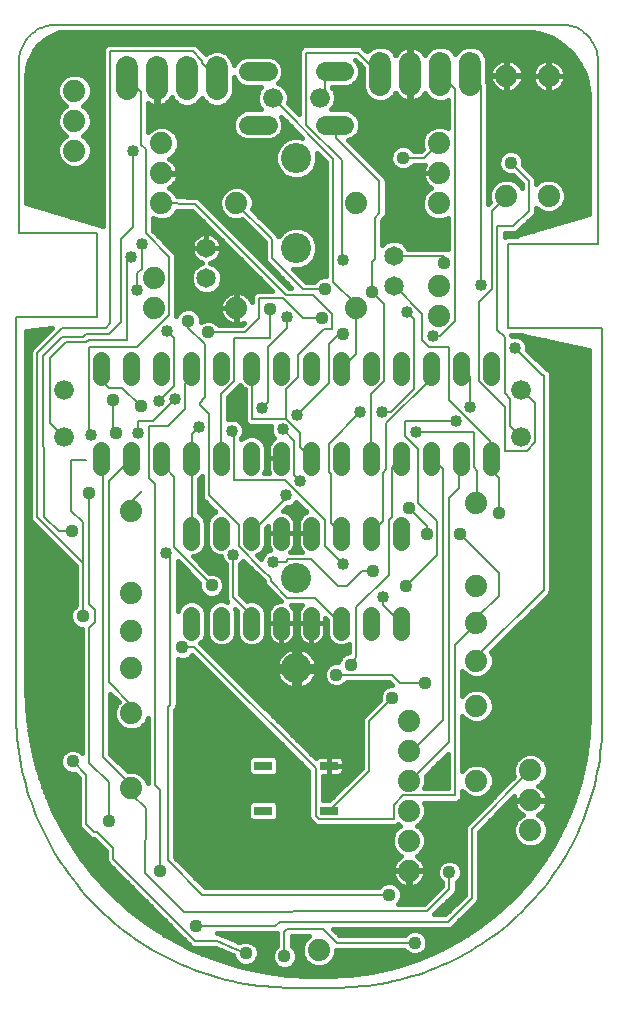
<source format=gtl>
G75*
%MOIN*%
%OFA0B0*%
%FSLAX24Y24*%
%IPPOS*%
%LPD*%
%AMOC8*
5,1,8,0,0,1.08239X$1,22.5*
%
%ADD10C,0.0080*%
%ADD11C,0.0740*%
%ADD12C,0.0650*%
%ADD13C,0.0560*%
%ADD14R,0.0600X0.0300*%
%ADD15C,0.0640*%
%ADD16C,0.0660*%
%ADD17C,0.1005*%
%ADD18C,0.0740*%
%ADD19C,0.0160*%
%ADD20C,0.0436*%
%ADD21C,0.0440*%
%ADD22C,0.0400*%
D10*
X002740Y005340D02*
X002490Y005590D01*
X002490Y007240D01*
X002040Y007690D01*
X002590Y007640D02*
X003240Y006990D01*
X003240Y005690D01*
X002840Y005340D02*
X002740Y005340D01*
X002840Y005340D02*
X003390Y004790D01*
X003390Y004440D01*
X006120Y001710D01*
X006850Y001710D01*
X007457Y001443D01*
X007807Y001283D01*
X008790Y002190D02*
X008940Y002340D01*
X014540Y002340D01*
X015340Y003140D01*
X015340Y005440D01*
X017290Y007390D01*
X019690Y009040D02*
X019690Y022140D01*
X016540Y022140D01*
X016540Y024940D01*
X019540Y024940D01*
X019540Y031040D01*
X019538Y031107D01*
X019532Y031174D01*
X019523Y031241D01*
X019510Y031307D01*
X019493Y031372D01*
X019473Y031436D01*
X019449Y031499D01*
X019421Y031561D01*
X019390Y031620D01*
X019356Y031678D01*
X019319Y031734D01*
X019278Y031788D01*
X019235Y031840D01*
X019189Y031889D01*
X019140Y031935D01*
X019088Y031978D01*
X019034Y032019D01*
X018978Y032056D01*
X018920Y032090D01*
X018861Y032121D01*
X018799Y032149D01*
X018736Y032173D01*
X018672Y032193D01*
X018607Y032210D01*
X018541Y032223D01*
X018474Y032232D01*
X018407Y032238D01*
X018340Y032240D01*
X001490Y032240D01*
X001420Y032238D01*
X001350Y032232D01*
X001281Y032222D01*
X001212Y032209D01*
X001144Y032191D01*
X001077Y032170D01*
X001012Y032145D01*
X000948Y032116D01*
X000885Y032084D01*
X000825Y032048D01*
X000767Y032009D01*
X000711Y031967D01*
X000657Y031922D01*
X000606Y031874D01*
X000558Y031823D01*
X000513Y031769D01*
X000471Y031713D01*
X000432Y031655D01*
X000396Y031595D01*
X000364Y031532D01*
X000335Y031468D01*
X000310Y031403D01*
X000289Y031336D01*
X000271Y031268D01*
X000258Y031199D01*
X000248Y031130D01*
X000242Y031060D01*
X000240Y030990D01*
X000240Y025290D01*
X002840Y025290D01*
X002840Y022490D01*
X000140Y022490D01*
X000140Y009340D01*
X002373Y012530D02*
X002373Y014341D01*
X002334Y014341D01*
X000838Y015837D01*
X000840Y015839D01*
X000840Y021290D01*
X001690Y022140D01*
X003140Y022140D01*
X003279Y022279D01*
X003279Y031349D01*
X006035Y031349D01*
X006350Y031034D01*
X006350Y030955D01*
X006822Y030483D01*
X006840Y030450D01*
X008703Y029790D02*
X008703Y029783D01*
X010720Y027766D01*
X010710Y023882D01*
X010720Y023868D01*
X010720Y023671D01*
X011468Y022923D01*
X011490Y022790D01*
X011468Y022805D01*
X011468Y022884D01*
X011490Y022790D02*
X011468Y022766D01*
X011468Y021270D01*
X010996Y020797D01*
X010990Y020790D01*
X010562Y020286D02*
X010562Y021585D01*
X010918Y021940D01*
X011040Y021940D01*
X010681Y022097D02*
X010681Y022609D01*
X010051Y023238D01*
X009145Y023238D01*
X006114Y026270D01*
X004990Y026290D01*
X004460Y025286D02*
X005247Y024498D01*
X005247Y022569D01*
X004184Y021506D01*
X002570Y021506D01*
X002570Y018632D01*
X002649Y018553D01*
X002490Y017740D02*
X001990Y017740D01*
X001990Y016040D01*
X002373Y015657D01*
X002373Y014341D01*
X002019Y015364D02*
X001566Y015364D01*
X001090Y015840D01*
X001090Y018144D01*
X001035Y018199D01*
X001035Y021185D01*
X001690Y021840D01*
X002390Y021840D01*
X002490Y021940D01*
X003240Y021940D01*
X003633Y022333D01*
X003633Y025089D01*
X004027Y025483D01*
X004027Y025522D01*
X004027Y028042D01*
X004303Y028238D02*
X004460Y028081D01*
X004460Y025286D01*
X004342Y024931D02*
X004342Y024105D01*
X004184Y023947D01*
X004184Y023396D01*
X003830Y024341D02*
X003988Y024498D01*
X003830Y024341D02*
X003830Y021742D01*
X002570Y021742D01*
X002492Y021664D01*
X001822Y021664D01*
X001271Y021112D01*
X001271Y018947D01*
X001704Y018514D01*
X001740Y018503D01*
X002590Y016640D02*
X002590Y012940D01*
X002790Y012740D01*
X002790Y012340D01*
X002590Y012140D01*
X002590Y007640D01*
X003043Y007845D02*
X003988Y006900D01*
X003988Y006821D01*
X003990Y006790D01*
X003988Y006742D01*
X003988Y006585D01*
X004460Y006112D01*
X004450Y003968D01*
X005759Y002658D01*
X012964Y002687D01*
X013837Y002687D01*
X014590Y003440D01*
X014590Y003990D01*
X013440Y001640D02*
X010840Y001640D01*
X010390Y002090D01*
X009190Y002090D01*
X009090Y001990D01*
X009090Y001190D01*
X008790Y002190D02*
X006140Y002190D01*
X006350Y003240D02*
X005210Y004380D01*
X005210Y007882D01*
X005208Y007894D01*
X005208Y009498D01*
X005287Y009577D01*
X005287Y014459D01*
X005129Y014616D01*
X005405Y014813D02*
X006665Y013553D01*
X007373Y013160D02*
X007373Y014577D01*
X007570Y014853D02*
X008318Y014105D01*
X008325Y014105D01*
X008640Y013790D01*
X008640Y013690D01*
X009190Y013140D01*
X010110Y013140D01*
X010956Y012294D01*
X010990Y012290D01*
X011480Y012728D02*
X011480Y012817D01*
X012570Y013908D01*
X012570Y015719D01*
X012688Y015837D01*
X012688Y017490D01*
X012964Y017766D01*
X012990Y017790D01*
X012492Y017412D02*
X012492Y018947D01*
X013988Y020443D01*
X013988Y020758D01*
X013990Y020790D01*
X013909Y021506D02*
X014578Y021506D01*
X014578Y019734D01*
X015956Y018357D01*
X015956Y017805D01*
X015990Y017790D01*
X015996Y017766D01*
X015996Y017372D01*
X016232Y017136D01*
X016232Y015955D01*
X015523Y016309D02*
X015490Y016290D01*
X015523Y016309D02*
X015523Y017333D01*
X015523Y017372D01*
X015405Y017490D01*
X015405Y018671D01*
X013476Y018671D01*
X013121Y018514D02*
X013121Y019026D01*
X014814Y019026D01*
X015287Y019498D02*
X015287Y020483D01*
X015011Y020758D01*
X014990Y020790D01*
X015562Y020364D02*
X015562Y023002D01*
X015996Y023435D01*
X015996Y026034D01*
X016490Y026540D01*
X017240Y026040D02*
X016722Y025522D01*
X016192Y025522D01*
X016192Y022057D01*
X016429Y021821D01*
X016429Y019971D01*
X016625Y019774D01*
X016625Y018868D01*
X016980Y018514D01*
X016990Y018503D01*
X017177Y018042D02*
X016429Y018042D01*
X016429Y019498D01*
X015562Y020364D01*
X016783Y021467D02*
X017688Y020561D01*
X017728Y020561D01*
X017728Y013396D01*
X015523Y011191D01*
X015523Y011073D01*
X015490Y011040D01*
X014775Y011546D02*
X015484Y012254D01*
X015490Y012290D01*
X015523Y012294D01*
X015523Y012490D01*
X016232Y013199D01*
X016232Y013947D01*
X014933Y015246D01*
X014578Y016467D02*
X014578Y008317D01*
X013279Y007018D01*
X013240Y007040D01*
X013043Y006546D02*
X014775Y006546D01*
X014775Y011546D01*
X013780Y010300D02*
X012930Y010300D01*
X012660Y010570D01*
X010820Y010570D01*
X011310Y010910D02*
X011480Y011168D01*
X011480Y012728D01*
X011190Y013540D02*
X010870Y013540D01*
X009990Y014420D01*
X009224Y014420D01*
X009145Y014341D01*
X008712Y014341D01*
X007990Y015290D02*
X008003Y015325D01*
X009145Y016467D01*
X009145Y016546D01*
X009106Y017057D02*
X007413Y017057D01*
X007413Y018632D01*
X007334Y018711D01*
X006586Y019262D02*
X006586Y016546D01*
X007570Y015561D01*
X007570Y014853D01*
X007373Y013160D02*
X007846Y012687D01*
X007846Y012434D01*
X007990Y012290D01*
X006389Y011191D02*
X006389Y011191D01*
X006090Y011490D01*
X005690Y011490D01*
X006389Y011191D02*
X010129Y007451D01*
X010129Y005876D01*
X010247Y005758D01*
X012728Y005758D01*
X012728Y006231D01*
X013043Y006546D01*
X013240Y008040D02*
X013279Y008042D01*
X013358Y008042D01*
X014381Y009065D01*
X014381Y016742D01*
X014381Y016782D01*
X014381Y017412D01*
X014027Y017766D01*
X013990Y017790D01*
X013555Y018081D02*
X013555Y016309D01*
X014184Y015679D01*
X014184Y014577D01*
X014177Y014577D01*
X013140Y013540D01*
X012373Y013160D02*
X012373Y012884D01*
X012964Y012294D01*
X012990Y012290D01*
X012040Y014040D02*
X011690Y014040D01*
X011190Y013540D01*
X011035Y014262D02*
X010444Y014853D01*
X010444Y015719D01*
X009106Y017057D01*
X009421Y017215D02*
X009421Y018357D01*
X009027Y018750D01*
X009145Y019105D02*
X009145Y020089D01*
X009539Y020483D01*
X009539Y021231D01*
X010405Y022097D01*
X010681Y022097D01*
X010326Y022451D02*
X009696Y022451D01*
X009027Y023120D01*
X008240Y023120D01*
X008240Y022451D01*
X007767Y021979D01*
X006547Y021979D01*
X006429Y021585D02*
X005877Y022136D01*
X005877Y022175D01*
X005877Y022372D01*
X005405Y021782D02*
X005169Y022018D01*
X005405Y021782D02*
X005405Y020207D01*
X004893Y019695D01*
X005444Y019774D02*
X004696Y019026D01*
X004224Y019026D01*
X004224Y018632D01*
X004578Y018865D02*
X005215Y018865D01*
X005790Y019440D01*
X005790Y020277D01*
X005956Y020443D01*
X005956Y020758D01*
X005990Y020790D01*
X006429Y021585D02*
X006429Y019813D01*
X006350Y019734D01*
X006350Y019695D01*
X006271Y019616D01*
X006271Y019577D01*
X006586Y019262D01*
X006232Y018829D02*
X005996Y018593D01*
X005996Y017805D01*
X005990Y017790D01*
X005996Y017766D01*
X005996Y015325D01*
X005990Y015290D01*
X005405Y014813D02*
X005405Y017175D01*
X005129Y017451D01*
X005129Y017648D01*
X005011Y017766D01*
X004990Y017790D01*
X004578Y017136D02*
X004578Y018865D01*
X004324Y019516D02*
X004314Y019516D01*
X003690Y020140D01*
X003240Y020140D01*
X002990Y020390D01*
X002990Y020790D01*
X003390Y019740D02*
X003390Y018740D01*
X003490Y018640D01*
X002990Y017790D02*
X003003Y017766D01*
X003043Y017727D01*
X003043Y007845D01*
X003990Y009290D02*
X003988Y009301D01*
X003988Y009577D01*
X003240Y010325D01*
X003240Y017018D01*
X003988Y017766D01*
X003990Y017790D01*
X004578Y017136D02*
X004775Y016939D01*
X004775Y006900D01*
X004933Y006742D01*
X004933Y004026D01*
X006350Y003240D02*
X012580Y003240D01*
X010590Y006040D02*
X010602Y006073D01*
X011901Y007372D01*
X011901Y009021D01*
X012690Y009810D01*
X019690Y009040D02*
X019687Y008825D01*
X019680Y008610D01*
X019667Y008395D01*
X019648Y008181D01*
X019625Y007967D01*
X019597Y007754D01*
X019563Y007542D01*
X019524Y007330D01*
X019480Y007120D01*
X019431Y006910D01*
X019377Y006702D01*
X019318Y006495D01*
X019254Y006290D01*
X019185Y006086D01*
X019112Y005884D01*
X019033Y005684D01*
X018949Y005486D01*
X018861Y005290D01*
X018768Y005096D01*
X018671Y004904D01*
X018568Y004715D01*
X018462Y004528D01*
X018350Y004344D01*
X018235Y004163D01*
X018115Y003984D01*
X017990Y003809D01*
X017862Y003636D01*
X017729Y003467D01*
X017592Y003301D01*
X017452Y003138D01*
X017307Y002979D01*
X017159Y002823D01*
X017007Y002671D01*
X016851Y002523D01*
X016692Y002378D01*
X016529Y002238D01*
X016363Y002101D01*
X016194Y001968D01*
X016021Y001840D01*
X015846Y001715D01*
X015667Y001595D01*
X015486Y001480D01*
X015302Y001368D01*
X015115Y001262D01*
X014926Y001159D01*
X014734Y001062D01*
X014540Y000969D01*
X014344Y000881D01*
X014146Y000797D01*
X013946Y000718D01*
X013744Y000645D01*
X013540Y000576D01*
X013335Y000512D01*
X013128Y000453D01*
X012920Y000399D01*
X012710Y000350D01*
X012500Y000306D01*
X012288Y000267D01*
X012076Y000233D01*
X011863Y000205D01*
X011649Y000182D01*
X011435Y000163D01*
X011220Y000150D01*
X011005Y000143D01*
X010790Y000140D01*
X009340Y000140D01*
X009118Y000143D01*
X008896Y000151D01*
X008674Y000164D01*
X008452Y000183D01*
X008231Y000207D01*
X008011Y000237D01*
X007791Y000271D01*
X007572Y000311D01*
X007355Y000357D01*
X007138Y000407D01*
X006923Y000463D01*
X006709Y000524D01*
X006497Y000590D01*
X006286Y000662D01*
X006078Y000738D01*
X005871Y000819D01*
X005666Y000906D01*
X005463Y000997D01*
X005263Y001093D01*
X005065Y001194D01*
X004869Y001299D01*
X004676Y001410D01*
X004486Y001525D01*
X004298Y001644D01*
X004114Y001769D01*
X003932Y001897D01*
X003754Y002030D01*
X003579Y002167D01*
X003407Y002308D01*
X003239Y002454D01*
X003075Y002603D01*
X002914Y002756D01*
X002756Y002914D01*
X002603Y003075D01*
X002454Y003239D01*
X002308Y003407D01*
X002167Y003579D01*
X002030Y003754D01*
X001897Y003932D01*
X001769Y004114D01*
X001644Y004298D01*
X001525Y004486D01*
X001410Y004676D01*
X001299Y004869D01*
X001194Y005065D01*
X001093Y005263D01*
X000997Y005463D01*
X000906Y005666D01*
X000819Y005871D01*
X000738Y006078D01*
X000662Y006286D01*
X000590Y006497D01*
X000524Y006709D01*
X000463Y006923D01*
X000407Y007138D01*
X000357Y007355D01*
X000311Y007572D01*
X000271Y007791D01*
X000237Y008011D01*
X000207Y008231D01*
X000183Y008452D01*
X000164Y008674D01*
X000151Y008896D01*
X000143Y009118D01*
X000140Y009340D01*
X003990Y016040D02*
X004027Y016073D01*
X004027Y016388D01*
X004342Y016703D01*
X006980Y017805D02*
X006990Y017790D01*
X006980Y017805D02*
X006980Y019931D01*
X007413Y020364D01*
X007413Y021782D01*
X008594Y021782D01*
X008594Y022766D01*
X009184Y022490D02*
X009184Y022136D01*
X008555Y021506D01*
X008555Y019656D01*
X008358Y019459D01*
X008003Y019105D02*
X008003Y020758D01*
X007990Y020790D01*
X008003Y019105D02*
X009145Y019105D01*
X009618Y018632D01*
X009618Y018160D01*
X009972Y017805D01*
X009990Y017790D01*
X009421Y017215D02*
X009618Y017018D01*
X010562Y017333D02*
X010562Y018278D01*
X011625Y019341D01*
X011980Y019931D02*
X012413Y020364D01*
X012413Y022923D01*
X012019Y023317D01*
X012019Y024341D01*
X012098Y024420D01*
X012098Y025797D01*
X012255Y025955D01*
X012255Y027018D01*
X010799Y028475D01*
X010799Y028868D01*
X010770Y028900D01*
X010277Y029790D02*
X010444Y029957D01*
X010444Y030364D01*
X010759Y030679D01*
X010770Y030680D01*
X011547Y031309D02*
X009814Y031309D01*
X009814Y028908D01*
X010996Y027727D01*
X010996Y024420D01*
X011035Y024380D01*
X010444Y023435D02*
X009696Y023435D01*
X008673Y024459D01*
X008673Y025089D01*
X007492Y026270D01*
X007490Y026290D01*
X004303Y028238D02*
X004303Y030010D01*
X003870Y030443D01*
X003840Y030450D01*
X010562Y020286D02*
X009499Y019223D01*
X010562Y017333D02*
X010641Y017254D01*
X010641Y015640D01*
X010956Y015325D01*
X010990Y015290D01*
X011990Y015290D02*
X012019Y015325D01*
X012373Y015679D01*
X012373Y017294D01*
X012492Y017412D01*
X011990Y017790D02*
X011980Y017805D01*
X011980Y019931D01*
X012334Y019341D02*
X012649Y019341D01*
X013397Y020089D01*
X013397Y022412D01*
X013161Y022648D01*
X013673Y022609D02*
X013673Y021742D01*
X013909Y021506D01*
X014027Y021860D02*
X014263Y021860D01*
X014775Y022372D01*
X014775Y030089D01*
X014303Y030561D01*
X014280Y030600D01*
X015280Y030600D02*
X015287Y030561D01*
X015641Y030207D01*
X015641Y023553D01*
X014421Y024301D02*
X014421Y024301D01*
X014421Y024538D01*
X012767Y024538D01*
X012740Y024540D01*
X012740Y023540D02*
X012767Y023514D01*
X013673Y022609D01*
X013121Y018514D02*
X013555Y018081D01*
X014893Y016782D02*
X014578Y016467D01*
X014893Y016782D02*
X014893Y017687D01*
X014972Y017766D01*
X014990Y017790D01*
X013240Y016112D02*
X013830Y015522D01*
X013830Y015246D01*
X017452Y019616D02*
X017019Y020049D01*
X016990Y020077D01*
X017452Y019616D02*
X017452Y018317D01*
X017177Y018042D01*
X017240Y026040D02*
X017240Y027040D01*
X016640Y027640D01*
X014240Y028290D02*
X013755Y027805D01*
X013043Y027805D01*
X012280Y030600D02*
X012255Y030601D01*
X011547Y031309D01*
D11*
X014240Y028290D03*
X014240Y027290D03*
X014240Y026290D03*
X014240Y023540D03*
X014240Y022540D03*
X016490Y026540D03*
X017900Y026530D03*
X017900Y030530D03*
X016490Y030540D03*
X011490Y026290D03*
X011490Y022790D03*
X007490Y022790D03*
X007490Y026290D03*
X004990Y026290D03*
X004990Y027290D03*
X004990Y028290D03*
X004740Y023790D03*
X004740Y022790D03*
X002090Y028040D03*
X002090Y029040D03*
X002090Y030040D03*
X003990Y016040D03*
X003990Y013290D03*
X003990Y012040D03*
X003990Y010790D03*
X003990Y009290D03*
X003990Y006790D03*
X010240Y001390D03*
X013240Y004040D03*
X013240Y005040D03*
X013240Y006040D03*
X013240Y007040D03*
X013240Y008040D03*
X013240Y009040D03*
X015490Y009540D03*
X015490Y011040D03*
X015490Y012290D03*
X015490Y013540D03*
X015490Y016290D03*
X017290Y007390D03*
X017290Y006390D03*
X017290Y005390D03*
X015490Y007040D03*
D12*
X012740Y023540D03*
X012740Y024540D03*
X006490Y024790D03*
X006490Y023790D03*
D13*
X005990Y021070D02*
X005990Y020510D01*
X004990Y020510D02*
X004990Y021070D01*
X003990Y021070D02*
X003990Y020510D01*
X002990Y020510D02*
X002990Y021070D01*
X002990Y018070D02*
X002990Y017510D01*
X003990Y017510D02*
X003990Y018070D01*
X004990Y018070D02*
X004990Y017510D01*
X005990Y017510D02*
X005990Y018070D01*
X006990Y018070D02*
X006990Y017510D01*
X007990Y017510D02*
X007990Y018070D01*
X008990Y018070D02*
X008990Y017510D01*
X009990Y017510D02*
X009990Y018070D01*
X010990Y018070D02*
X010990Y017510D01*
X011990Y017510D02*
X011990Y018070D01*
X012990Y018070D02*
X012990Y017510D01*
X013990Y017510D02*
X013990Y018070D01*
X014990Y018070D02*
X014990Y017510D01*
X015990Y017510D02*
X015990Y018070D01*
X015990Y020510D02*
X015990Y021070D01*
X014990Y021070D02*
X014990Y020510D01*
X013990Y020510D02*
X013990Y021070D01*
X012990Y021070D02*
X012990Y020510D01*
X011990Y020510D02*
X011990Y021070D01*
X010990Y021070D02*
X010990Y020510D01*
X009990Y020510D02*
X009990Y021070D01*
X008990Y021070D02*
X008990Y020510D01*
X007990Y020510D02*
X007990Y021070D01*
X006990Y021070D02*
X006990Y020510D01*
X006990Y015570D02*
X006990Y015010D01*
X005990Y015010D02*
X005990Y015570D01*
X007990Y015570D02*
X007990Y015010D01*
X008990Y015010D02*
X008990Y015570D01*
X009990Y015570D02*
X009990Y015010D01*
X010990Y015010D02*
X010990Y015570D01*
X011990Y015570D02*
X011990Y015010D01*
X012990Y015010D02*
X012990Y015570D01*
X012990Y012570D02*
X012990Y012010D01*
X011990Y012010D02*
X011990Y012570D01*
X010990Y012570D02*
X010990Y012010D01*
X009990Y012010D02*
X009990Y012570D01*
X008990Y012570D02*
X008990Y012010D01*
X007990Y012010D02*
X007990Y012570D01*
X006990Y012570D02*
X006990Y012010D01*
X005990Y012010D02*
X005990Y012570D01*
D14*
X008390Y007540D03*
X008390Y006040D03*
X010590Y006040D03*
X010590Y007540D03*
D15*
X010450Y028900D02*
X011090Y028900D01*
X011090Y030680D02*
X010450Y030680D01*
X008530Y030680D02*
X007890Y030680D01*
X007890Y028900D02*
X008530Y028900D01*
D16*
X008703Y029790D03*
X010277Y029790D03*
X016990Y020077D03*
X016990Y018503D03*
X001740Y018503D03*
X001740Y020077D03*
D17*
X009490Y024790D03*
X009490Y027790D03*
X009490Y013790D03*
X009490Y010790D03*
D18*
X006840Y030080D02*
X006840Y030820D01*
X005840Y030820D02*
X005840Y030080D01*
X004840Y030080D02*
X004840Y030820D01*
X003840Y030820D02*
X003840Y030080D01*
X012280Y030230D02*
X012280Y030970D01*
X013280Y030970D02*
X013280Y030230D01*
X014280Y030230D02*
X014280Y030970D01*
X015280Y030970D02*
X015280Y030230D01*
D19*
X003364Y004127D02*
X002564Y004127D01*
X002442Y004286D02*
X003205Y004286D01*
X003187Y004304D02*
X003254Y004237D01*
X005984Y001507D01*
X006072Y001470D01*
X006800Y001470D01*
X007358Y001224D01*
X007387Y001212D01*
X007387Y001200D01*
X007450Y001046D01*
X007569Y000927D01*
X007723Y000863D01*
X007890Y000863D01*
X008044Y000927D01*
X008163Y001046D01*
X008227Y001200D01*
X008227Y001367D01*
X008163Y001521D01*
X008044Y001640D01*
X007890Y001703D01*
X007723Y001703D01*
X007588Y001648D01*
X007555Y001662D01*
X007513Y001682D01*
X007511Y001682D01*
X006988Y001912D01*
X006986Y001913D01*
X006944Y001931D01*
X006903Y001949D01*
X006900Y001949D01*
X006898Y001950D01*
X006853Y001950D01*
X006852Y001950D01*
X008838Y001950D01*
X008850Y001955D01*
X008850Y001544D01*
X008734Y001428D01*
X008670Y001274D01*
X008227Y001274D01*
X008199Y001433D02*
X008739Y001433D01*
X008670Y001274D02*
X008670Y001106D01*
X008734Y000952D01*
X008852Y000834D01*
X009006Y000770D01*
X009174Y000770D01*
X009328Y000834D01*
X009446Y000952D01*
X009510Y001106D01*
X009510Y001274D01*
X009671Y001274D01*
X009670Y001277D02*
X009757Y001067D01*
X009917Y000907D01*
X010127Y000820D01*
X010353Y000820D01*
X010563Y000907D01*
X010723Y001067D01*
X010810Y001277D01*
X010810Y001400D01*
X013089Y001400D01*
X013203Y001286D01*
X013357Y001222D01*
X013523Y001222D01*
X013677Y001286D01*
X013794Y001403D01*
X013858Y001557D01*
X013858Y001723D01*
X013794Y001877D01*
X013677Y001994D01*
X013523Y002058D01*
X013357Y002058D01*
X013203Y001994D01*
X013089Y001880D01*
X010939Y001880D01*
X010719Y002100D01*
X014588Y002100D01*
X014676Y002137D01*
X015476Y002937D01*
X015543Y003004D01*
X015580Y003092D01*
X015580Y005341D01*
X016753Y006513D01*
X016740Y006433D01*
X016740Y006410D01*
X017270Y006410D01*
X017270Y006370D01*
X016740Y006370D01*
X016740Y006347D01*
X016754Y006261D01*
X016780Y006179D01*
X016820Y006102D01*
X016870Y006032D01*
X016932Y005970D01*
X017002Y005920D01*
X017036Y005902D01*
X016967Y005873D01*
X016807Y005713D01*
X016720Y005503D01*
X016720Y005277D01*
X016807Y005067D01*
X016967Y004907D01*
X017177Y004820D01*
X017403Y004820D01*
X017613Y004907D01*
X017773Y005067D01*
X017860Y005277D01*
X017860Y005503D01*
X017773Y005713D01*
X017613Y005873D01*
X017544Y005902D01*
X017578Y005920D01*
X017648Y005970D01*
X017710Y006032D01*
X017760Y006102D01*
X017800Y006179D01*
X017826Y006261D01*
X017840Y006347D01*
X017840Y006370D01*
X017310Y006370D01*
X017310Y006410D01*
X017840Y006410D01*
X017840Y006433D01*
X017826Y006519D01*
X017800Y006601D01*
X017760Y006678D01*
X017710Y006748D01*
X017648Y006810D01*
X017578Y006860D01*
X017544Y006878D01*
X017613Y006907D01*
X017773Y007067D01*
X017860Y007277D01*
X017860Y007503D01*
X017773Y007713D01*
X017613Y007873D01*
X017403Y007960D01*
X017177Y007960D01*
X016967Y007873D01*
X016807Y007713D01*
X016720Y007503D01*
X016720Y007277D01*
X016754Y007194D01*
X015137Y005576D01*
X015100Y005488D01*
X015100Y003239D01*
X014441Y002580D01*
X014069Y002580D01*
X014726Y003237D01*
X014793Y003304D01*
X014830Y003392D01*
X014830Y003639D01*
X014944Y003753D01*
X015008Y003907D01*
X015008Y004073D01*
X014944Y004227D01*
X014827Y004344D01*
X014673Y004408D01*
X014507Y004408D01*
X014353Y004344D01*
X014236Y004227D01*
X014172Y004073D01*
X014172Y003907D01*
X014236Y003753D01*
X014350Y003639D01*
X014350Y003539D01*
X013738Y002927D01*
X013011Y002927D01*
X013011Y002927D01*
X012963Y002927D01*
X012916Y002927D01*
X012861Y002927D01*
X012936Y003002D01*
X013000Y003156D01*
X013000Y003324D01*
X012936Y003478D01*
X012818Y003596D01*
X012664Y003660D01*
X012496Y003660D01*
X012342Y003596D01*
X012226Y003480D01*
X006449Y003480D01*
X005450Y004479D01*
X005450Y007854D01*
X005455Y007873D01*
X005450Y007901D01*
X005450Y007930D01*
X005448Y007935D01*
X005448Y009399D01*
X005490Y009441D01*
X005527Y009529D01*
X005527Y011105D01*
X005607Y011072D01*
X005773Y011072D01*
X005927Y011136D01*
X006016Y011225D01*
X006253Y010988D01*
X006254Y010987D01*
X009889Y007352D01*
X009889Y005828D01*
X009926Y005740D01*
X009993Y005673D01*
X009993Y005673D01*
X010044Y005622D01*
X010112Y005555D01*
X010200Y005518D01*
X012776Y005518D01*
X012864Y005555D01*
X012891Y005582D01*
X012917Y005557D01*
X012958Y005540D01*
X012917Y005523D01*
X012757Y005363D01*
X012670Y005153D01*
X012670Y004927D01*
X012757Y004717D01*
X012917Y004557D01*
X012986Y004528D01*
X012952Y004510D01*
X012882Y004460D01*
X012820Y004398D01*
X012770Y004328D01*
X012730Y004251D01*
X012704Y004169D01*
X012690Y004083D01*
X012690Y004060D01*
X013220Y004060D01*
X013220Y004020D01*
X013260Y004020D01*
X013260Y004060D01*
X013790Y004060D01*
X013790Y004083D01*
X013776Y004169D01*
X013750Y004251D01*
X013710Y004328D01*
X013660Y004398D01*
X013598Y004460D01*
X013528Y004510D01*
X013494Y004528D01*
X013563Y004557D01*
X013723Y004717D01*
X013810Y004927D01*
X013810Y005153D01*
X013723Y005363D01*
X013563Y005523D01*
X013522Y005540D01*
X013563Y005557D01*
X013723Y005717D01*
X013810Y005927D01*
X013810Y006153D01*
X013747Y006306D01*
X014823Y006306D01*
X014911Y006342D01*
X014978Y006410D01*
X015015Y006498D01*
X015015Y006709D01*
X015167Y006557D01*
X015377Y006470D01*
X015603Y006470D01*
X015813Y006557D01*
X015973Y006717D01*
X016060Y006927D01*
X016060Y007153D01*
X015973Y007363D01*
X015813Y007523D01*
X015603Y007610D01*
X015377Y007610D01*
X015167Y007523D01*
X015015Y007371D01*
X015015Y009209D01*
X015167Y009057D01*
X015377Y008970D01*
X015603Y008970D01*
X015813Y009057D01*
X015973Y009217D01*
X016060Y009427D01*
X016060Y009653D01*
X015973Y009863D01*
X015813Y010023D01*
X015603Y010110D01*
X015377Y010110D01*
X015167Y010023D01*
X015015Y009871D01*
X015015Y010709D01*
X015167Y010557D01*
X015377Y010470D01*
X015603Y010470D01*
X015813Y010557D01*
X015973Y010717D01*
X016060Y010927D01*
X016060Y011153D01*
X015991Y011320D01*
X017931Y013260D01*
X017968Y013348D01*
X017968Y020609D01*
X017931Y020697D01*
X017864Y020765D01*
X017797Y020793D01*
X017183Y021406D01*
X017183Y021546D01*
X017122Y021693D01*
X017009Y021806D01*
X016862Y021867D01*
X016703Y021867D01*
X016669Y021852D01*
X016669Y021869D01*
X016656Y021900D01*
X016907Y021900D01*
X019240Y021410D01*
X019240Y009290D01*
X019207Y008527D01*
X019107Y007771D01*
X018942Y007025D01*
X018712Y006297D01*
X018420Y005592D01*
X018068Y004915D01*
X017658Y004271D01*
X017193Y003666D01*
X016677Y003103D01*
X016114Y002587D01*
X015509Y002122D01*
X014865Y001712D01*
X014188Y001360D01*
X013483Y001068D01*
X012755Y000838D01*
X012009Y000673D01*
X011253Y000573D01*
X010490Y000540D01*
X009990Y000540D01*
X009162Y000576D01*
X008340Y000684D01*
X007531Y000864D01*
X006741Y001113D01*
X005975Y001430D01*
X005240Y001813D01*
X004541Y002258D01*
X003884Y002763D01*
X003272Y003322D01*
X002713Y003934D01*
X002208Y004591D01*
X001763Y005290D01*
X001380Y006025D01*
X001063Y006791D01*
X000814Y007581D01*
X000634Y008390D01*
X000526Y009212D01*
X000490Y010040D01*
X000490Y022040D01*
X001339Y022129D01*
X000704Y021493D01*
X000637Y021426D01*
X000600Y021338D01*
X000600Y015889D01*
X000598Y015885D01*
X000598Y015789D01*
X000635Y015701D01*
X000702Y015633D01*
X002131Y014205D01*
X002133Y014202D01*
X002133Y012884D01*
X002017Y012768D01*
X001953Y012613D01*
X001953Y012446D01*
X002017Y012292D01*
X002136Y012174D01*
X002290Y012110D01*
X002350Y012110D01*
X002350Y007971D01*
X002277Y008044D01*
X002123Y008108D01*
X001957Y008108D01*
X001803Y008044D01*
X001686Y007927D01*
X001622Y007773D01*
X001622Y007607D01*
X001686Y007453D01*
X001803Y007336D01*
X001957Y007272D01*
X002119Y007272D01*
X002250Y007141D01*
X002250Y005542D01*
X002287Y005454D01*
X002354Y005387D01*
X002604Y005137D01*
X002692Y005100D01*
X002741Y005100D01*
X003150Y004691D01*
X003150Y004392D01*
X003187Y004304D01*
X003150Y004444D02*
X002321Y004444D01*
X002201Y004603D02*
X003150Y004603D01*
X003080Y004761D02*
X002100Y004761D01*
X001999Y004920D02*
X002921Y004920D01*
X002763Y005078D02*
X001898Y005078D01*
X001797Y005237D02*
X002504Y005237D01*
X002346Y005395D02*
X001708Y005395D01*
X001626Y005554D02*
X002250Y005554D01*
X002250Y005712D02*
X001543Y005712D01*
X001461Y005871D02*
X002250Y005871D01*
X002250Y006029D02*
X001378Y006029D01*
X001313Y006188D02*
X002250Y006188D01*
X002250Y006346D02*
X001247Y006346D01*
X001182Y006505D02*
X002250Y006505D01*
X002250Y006663D02*
X001116Y006663D01*
X001053Y006822D02*
X002250Y006822D01*
X002250Y006980D02*
X001003Y006980D01*
X000953Y007139D02*
X002250Y007139D01*
X001896Y007297D02*
X000903Y007297D01*
X000853Y007456D02*
X001685Y007456D01*
X001622Y007614D02*
X000806Y007614D01*
X000771Y007773D02*
X001622Y007773D01*
X001690Y007931D02*
X000736Y007931D01*
X000701Y008090D02*
X001912Y008090D01*
X002168Y008090D02*
X002350Y008090D01*
X002350Y008248D02*
X000666Y008248D01*
X000632Y008407D02*
X002350Y008407D01*
X002350Y008565D02*
X000611Y008565D01*
X000590Y008724D02*
X002350Y008724D01*
X002350Y008882D02*
X000570Y008882D01*
X000549Y009041D02*
X002350Y009041D01*
X002350Y009199D02*
X000528Y009199D01*
X000520Y009358D02*
X002350Y009358D01*
X002350Y009516D02*
X000513Y009516D01*
X000506Y009675D02*
X002350Y009675D01*
X002350Y009833D02*
X000499Y009833D01*
X000492Y009992D02*
X002350Y009992D01*
X002350Y010150D02*
X000490Y010150D01*
X000490Y010309D02*
X002350Y010309D01*
X002350Y010467D02*
X000490Y010467D01*
X000490Y010626D02*
X002350Y010626D01*
X002350Y010784D02*
X000490Y010784D01*
X000490Y010943D02*
X002350Y010943D01*
X002350Y011101D02*
X000490Y011101D01*
X000490Y011260D02*
X002350Y011260D01*
X002350Y011418D02*
X000490Y011418D01*
X000490Y011577D02*
X002350Y011577D01*
X002350Y011735D02*
X000490Y011735D01*
X000490Y011894D02*
X002350Y011894D01*
X002350Y012052D02*
X000490Y012052D01*
X000490Y012211D02*
X002099Y012211D01*
X001985Y012369D02*
X000490Y012369D01*
X000490Y012528D02*
X001953Y012528D01*
X001984Y012686D02*
X000490Y012686D01*
X000490Y012845D02*
X002094Y012845D01*
X002133Y013003D02*
X000490Y013003D01*
X000490Y013162D02*
X002133Y013162D01*
X002133Y013320D02*
X000490Y013320D01*
X000490Y013479D02*
X002133Y013479D01*
X002133Y013637D02*
X000490Y013637D01*
X000490Y013796D02*
X002133Y013796D01*
X002133Y013954D02*
X000490Y013954D01*
X000490Y014113D02*
X002133Y014113D01*
X002064Y014271D02*
X000490Y014271D01*
X000490Y014430D02*
X001906Y014430D01*
X001747Y014588D02*
X000490Y014588D01*
X000490Y014747D02*
X001589Y014747D01*
X001430Y014905D02*
X000490Y014905D01*
X000490Y015064D02*
X001272Y015064D01*
X001113Y015222D02*
X000490Y015222D01*
X000490Y015381D02*
X000955Y015381D01*
X000796Y015539D02*
X000490Y015539D01*
X000490Y015698D02*
X000638Y015698D01*
X000702Y015633D02*
X000702Y015633D01*
X000598Y015856D02*
X000490Y015856D01*
X000490Y016015D02*
X000600Y016015D01*
X000600Y016173D02*
X000490Y016173D01*
X000490Y016332D02*
X000600Y016332D01*
X000600Y016490D02*
X000490Y016490D01*
X000490Y016649D02*
X000600Y016649D01*
X000600Y016807D02*
X000490Y016807D01*
X000490Y016966D02*
X000600Y016966D01*
X000600Y017124D02*
X000490Y017124D01*
X000490Y017283D02*
X000600Y017283D01*
X000600Y017441D02*
X000490Y017441D01*
X000490Y017600D02*
X000600Y017600D01*
X000600Y017758D02*
X000490Y017758D01*
X000490Y017917D02*
X000600Y017917D01*
X000600Y018075D02*
X000490Y018075D01*
X000490Y018234D02*
X000600Y018234D01*
X000600Y018392D02*
X000490Y018392D01*
X000490Y018551D02*
X000600Y018551D01*
X000600Y018709D02*
X000490Y018709D01*
X000490Y018868D02*
X000600Y018868D01*
X000600Y019026D02*
X000490Y019026D01*
X000490Y019185D02*
X000600Y019185D01*
X000600Y019343D02*
X000490Y019343D01*
X000490Y019502D02*
X000600Y019502D01*
X000600Y019660D02*
X000490Y019660D01*
X000490Y019819D02*
X000600Y019819D01*
X000600Y019977D02*
X000490Y019977D01*
X000490Y020136D02*
X000600Y020136D01*
X000600Y020294D02*
X000490Y020294D01*
X000490Y020453D02*
X000600Y020453D01*
X000600Y020611D02*
X000490Y020611D01*
X000490Y020770D02*
X000600Y020770D01*
X000600Y020928D02*
X000490Y020928D01*
X000490Y021087D02*
X000600Y021087D01*
X000600Y021245D02*
X000490Y021245D01*
X000490Y021404D02*
X000627Y021404D01*
X000490Y021562D02*
X000773Y021562D01*
X000931Y021721D02*
X000490Y021721D01*
X000490Y021879D02*
X001090Y021879D01*
X001248Y022038D02*
X000490Y022038D01*
X001966Y025842D02*
X003039Y025842D01*
X003039Y026000D02*
X001444Y026000D01*
X000923Y026159D02*
X003039Y026159D01*
X003039Y026317D02*
X000490Y026317D01*
X000490Y026290D02*
X000490Y030540D01*
X000505Y030753D01*
X000551Y030963D01*
X000626Y031163D01*
X000728Y031351D01*
X000856Y031522D01*
X001008Y031674D01*
X001179Y031802D01*
X001367Y031904D01*
X001567Y031979D01*
X001663Y032000D01*
X017390Y032000D01*
X017528Y031975D01*
X017788Y031894D01*
X018036Y031782D01*
X018268Y031642D01*
X018482Y031474D01*
X018674Y031282D01*
X018842Y031068D01*
X018982Y030836D01*
X019094Y030588D01*
X019175Y030328D01*
X019224Y030061D01*
X019240Y029790D01*
X019240Y025932D01*
X016749Y025180D01*
X016492Y025180D01*
X016432Y025155D01*
X016432Y025282D01*
X016770Y025282D01*
X016858Y025318D01*
X017376Y025837D01*
X017443Y025904D01*
X017480Y025992D01*
X017480Y026144D01*
X017577Y026047D01*
X017787Y025960D01*
X018013Y025960D01*
X018223Y026047D01*
X018383Y026207D01*
X018470Y026417D01*
X018470Y026643D01*
X018383Y026853D01*
X018223Y027013D01*
X018013Y027100D01*
X017787Y027100D01*
X017577Y027013D01*
X017480Y026916D01*
X017480Y027088D01*
X017443Y027176D01*
X017058Y027561D01*
X017058Y027723D01*
X016994Y027877D01*
X016877Y027994D01*
X016723Y028058D01*
X016557Y028058D01*
X016403Y027994D01*
X016286Y027877D01*
X016222Y027723D01*
X016222Y027557D01*
X016286Y027403D01*
X016403Y027286D01*
X016557Y027222D01*
X016719Y027222D01*
X017000Y026941D01*
X017000Y026798D01*
X016973Y026863D01*
X016813Y027023D01*
X016603Y027110D01*
X016377Y027110D01*
X016167Y027023D01*
X016007Y026863D01*
X015920Y026653D01*
X015920Y026427D01*
X015957Y026338D01*
X015881Y026260D01*
X015881Y030255D01*
X015850Y030330D01*
X015850Y031083D01*
X015763Y031293D01*
X015603Y031453D01*
X015393Y031540D01*
X015167Y031540D01*
X014957Y031453D01*
X014797Y031293D01*
X014780Y031252D01*
X014763Y031293D01*
X014603Y031453D01*
X014393Y031540D01*
X014167Y031540D01*
X013957Y031453D01*
X013797Y031293D01*
X013768Y031224D01*
X013750Y031258D01*
X013700Y031328D01*
X013638Y031390D01*
X013568Y031440D01*
X013491Y031480D01*
X013409Y031506D01*
X013323Y031520D01*
X013310Y031520D01*
X013310Y030630D01*
X013250Y030630D01*
X013250Y031520D01*
X013237Y031520D01*
X013151Y031506D01*
X013069Y031480D01*
X012992Y031440D01*
X012922Y031390D01*
X012860Y031328D01*
X012810Y031258D01*
X012792Y031224D01*
X012763Y031293D01*
X012603Y031453D01*
X012393Y031540D01*
X012167Y031540D01*
X011957Y031453D01*
X011850Y031346D01*
X011750Y031445D01*
X011683Y031513D01*
X011594Y031549D01*
X009767Y031549D01*
X009678Y031513D01*
X009611Y031445D01*
X009574Y031357D01*
X009574Y029251D01*
X009206Y029620D01*
X009233Y029685D01*
X009233Y029895D01*
X009152Y030090D01*
X009003Y030239D01*
X008877Y030291D01*
X008971Y030385D01*
X009050Y030577D01*
X009050Y030783D01*
X008971Y030975D01*
X008825Y031121D01*
X008633Y031200D01*
X007787Y031200D01*
X007595Y031121D01*
X007449Y030975D01*
X007410Y030880D01*
X007410Y030933D01*
X007323Y031143D01*
X007163Y031303D01*
X006953Y031390D01*
X006727Y031390D01*
X006517Y031303D01*
X006468Y031255D01*
X006238Y031485D01*
X006171Y031552D01*
X006083Y031589D01*
X003231Y031589D01*
X003143Y031552D01*
X003076Y031485D01*
X003039Y031396D01*
X003039Y025516D01*
X000490Y026290D01*
X000490Y026476D02*
X003039Y026476D01*
X003039Y026634D02*
X000490Y026634D01*
X000490Y026793D02*
X003039Y026793D01*
X003039Y026951D02*
X000490Y026951D01*
X000490Y027110D02*
X003039Y027110D01*
X003039Y027268D02*
X000490Y027268D01*
X000490Y027427D02*
X003039Y027427D01*
X003039Y027585D02*
X002441Y027585D01*
X002413Y027557D02*
X002573Y027717D01*
X002660Y027927D01*
X002660Y028153D01*
X002573Y028363D01*
X002413Y028523D01*
X002372Y028540D01*
X002413Y028557D01*
X002573Y028717D01*
X002660Y028927D01*
X002660Y029153D01*
X002573Y029363D01*
X002413Y029523D01*
X002372Y029540D01*
X002413Y029557D01*
X002573Y029717D01*
X002660Y029927D01*
X002660Y030153D01*
X002573Y030363D01*
X002413Y030523D01*
X002203Y030610D01*
X001977Y030610D01*
X001767Y030523D01*
X001607Y030363D01*
X001520Y030153D01*
X001520Y029927D01*
X001607Y029717D01*
X001767Y029557D01*
X001808Y029540D01*
X001767Y029523D01*
X001607Y029363D01*
X001520Y029153D01*
X001520Y028927D01*
X001607Y028717D01*
X001767Y028557D01*
X001808Y028540D01*
X001767Y028523D01*
X001607Y028363D01*
X001520Y028153D01*
X001520Y027927D01*
X001607Y027717D01*
X001767Y027557D01*
X001977Y027470D01*
X002203Y027470D01*
X002413Y027557D01*
X002584Y027744D02*
X003039Y027744D01*
X003039Y027902D02*
X002650Y027902D01*
X002660Y028061D02*
X003039Y028061D01*
X003039Y028219D02*
X002633Y028219D01*
X002559Y028378D02*
X003039Y028378D01*
X003039Y028536D02*
X002382Y028536D01*
X002551Y028695D02*
X003039Y028695D01*
X003039Y028853D02*
X002630Y028853D01*
X002660Y029012D02*
X003039Y029012D01*
X003039Y029170D02*
X002653Y029170D01*
X002587Y029329D02*
X003039Y029329D01*
X003039Y029487D02*
X002449Y029487D01*
X002502Y029646D02*
X003039Y029646D01*
X003039Y029804D02*
X002609Y029804D01*
X002660Y029963D02*
X003039Y029963D01*
X003039Y030121D02*
X002660Y030121D01*
X002608Y030280D02*
X003039Y030280D01*
X003039Y030438D02*
X002498Y030438D01*
X002236Y030597D02*
X003039Y030597D01*
X003039Y030755D02*
X000506Y030755D01*
X000494Y030597D02*
X001944Y030597D01*
X001682Y030438D02*
X000490Y030438D01*
X000490Y030280D02*
X001572Y030280D01*
X001520Y030121D02*
X000490Y030121D01*
X000490Y029963D02*
X001520Y029963D01*
X001571Y029804D02*
X000490Y029804D01*
X000490Y029646D02*
X001678Y029646D01*
X001731Y029487D02*
X000490Y029487D01*
X000490Y029329D02*
X001593Y029329D01*
X001527Y029170D02*
X000490Y029170D01*
X000490Y029012D02*
X001520Y029012D01*
X001550Y028853D02*
X000490Y028853D01*
X000490Y028695D02*
X001629Y028695D01*
X001798Y028536D02*
X000490Y028536D01*
X000490Y028378D02*
X001621Y028378D01*
X001547Y028219D02*
X000490Y028219D01*
X000490Y028061D02*
X001520Y028061D01*
X001530Y027902D02*
X000490Y027902D01*
X000490Y027744D02*
X001596Y027744D01*
X001739Y027585D02*
X000490Y027585D01*
X002488Y025683D02*
X003039Y025683D01*
X003039Y025525D02*
X003010Y025525D01*
X004700Y025525D02*
X006520Y025525D01*
X006361Y025683D02*
X004700Y025683D01*
X004700Y025793D02*
X004877Y025720D01*
X005103Y025720D01*
X005313Y025807D01*
X005473Y025967D01*
X005504Y026041D01*
X006012Y026032D01*
X008684Y023360D01*
X008192Y023360D01*
X008104Y023324D01*
X008036Y023256D01*
X008000Y023168D01*
X008000Y023001D01*
X007960Y023078D01*
X007910Y023148D01*
X007848Y023210D01*
X007778Y023260D01*
X007701Y023300D01*
X007619Y023326D01*
X007533Y023340D01*
X007499Y023340D01*
X007499Y022799D01*
X007481Y022799D01*
X007481Y023340D01*
X007447Y023340D01*
X007361Y023326D01*
X007279Y023300D01*
X007202Y023260D01*
X007132Y023210D01*
X007070Y023148D01*
X007020Y023078D01*
X006980Y023001D01*
X006954Y022919D01*
X006940Y022833D01*
X006940Y022799D01*
X007481Y022799D01*
X007481Y022781D01*
X007499Y022781D01*
X007499Y022240D01*
X007533Y022240D01*
X007619Y022254D01*
X007701Y022280D01*
X007759Y022310D01*
X007668Y022219D01*
X006901Y022219D01*
X006785Y022335D01*
X006630Y022399D01*
X006463Y022399D01*
X006309Y022335D01*
X006297Y022323D01*
X006297Y022456D01*
X006233Y022610D01*
X006115Y022728D01*
X005961Y022792D01*
X005794Y022792D01*
X005639Y022728D01*
X005521Y022610D01*
X005487Y022528D01*
X005487Y022617D01*
X005487Y024546D01*
X005451Y024634D01*
X004700Y025385D01*
X004700Y025793D01*
X004719Y025366D02*
X006678Y025366D01*
X006684Y025258D02*
X006608Y025283D01*
X006530Y025295D01*
X006490Y025295D01*
X006490Y024790D01*
X006995Y024790D01*
X006995Y024830D01*
X006983Y024908D01*
X006958Y024984D01*
X006922Y025055D01*
X006875Y025119D01*
X006819Y025175D01*
X006755Y025222D01*
X006684Y025258D01*
X006774Y025208D02*
X006837Y025208D01*
X006925Y025049D02*
X006995Y025049D01*
X006985Y024891D02*
X007154Y024891D01*
X006995Y024790D02*
X006490Y024790D01*
X006490Y024790D01*
X006490Y024790D01*
X006490Y024790D01*
X005985Y024790D01*
X005985Y024830D01*
X005997Y024908D01*
X006022Y024984D01*
X006058Y025055D01*
X006105Y025119D01*
X006161Y025175D01*
X006225Y025222D01*
X006296Y025258D01*
X006372Y025283D01*
X006450Y025295D01*
X006490Y025295D01*
X006490Y024790D01*
X005985Y024790D01*
X005985Y024750D01*
X005997Y024672D01*
X006022Y024596D01*
X006058Y024525D01*
X006105Y024461D01*
X006161Y024405D01*
X006225Y024358D01*
X006296Y024322D01*
X006356Y024303D01*
X006193Y024235D01*
X006045Y024087D01*
X005965Y023894D01*
X005965Y023686D01*
X006045Y023493D01*
X006193Y023345D01*
X006386Y023265D01*
X006594Y023265D01*
X006787Y023345D01*
X006935Y023493D01*
X007015Y023686D01*
X007015Y023894D01*
X006935Y024087D01*
X006787Y024235D01*
X006624Y024303D01*
X006684Y024322D01*
X006755Y024358D01*
X006819Y024405D01*
X006875Y024461D01*
X006922Y024525D01*
X006958Y024596D01*
X006983Y024672D01*
X006995Y024750D01*
X006995Y024790D01*
X006992Y024732D02*
X007312Y024732D01*
X007471Y024574D02*
X006946Y024574D01*
X006829Y024415D02*
X007629Y024415D01*
X007788Y024257D02*
X006736Y024257D01*
X006924Y024098D02*
X007946Y024098D01*
X008105Y023940D02*
X006996Y023940D01*
X007015Y023781D02*
X008263Y023781D01*
X008422Y023623D02*
X006989Y023623D01*
X006906Y023464D02*
X008580Y023464D01*
X008783Y023940D02*
X008853Y023940D01*
X008942Y023781D02*
X009011Y023781D01*
X009100Y023623D02*
X009170Y023623D01*
X009245Y023478D02*
X006285Y026438D01*
X006253Y026471D01*
X006251Y026472D01*
X006250Y026473D01*
X006207Y026491D01*
X006166Y026509D01*
X006163Y026509D01*
X006161Y026510D01*
X006116Y026510D01*
X005511Y026521D01*
X005473Y026613D01*
X005313Y026773D01*
X005244Y026802D01*
X005278Y026820D01*
X005348Y026870D01*
X005410Y026932D01*
X005460Y027002D01*
X005500Y027079D01*
X005526Y027161D01*
X005540Y027247D01*
X005540Y027270D01*
X005010Y027270D01*
X005010Y027310D01*
X005540Y027310D01*
X005540Y027333D01*
X005526Y027419D01*
X005500Y027501D01*
X005460Y027578D01*
X005410Y027648D01*
X005348Y027710D01*
X005278Y027760D01*
X005244Y027778D01*
X005313Y027807D01*
X005473Y027967D01*
X005560Y028177D01*
X005560Y028403D01*
X005473Y028613D01*
X005313Y028773D01*
X005103Y028860D01*
X004877Y028860D01*
X004667Y028773D01*
X004543Y028649D01*
X004543Y029616D01*
X004552Y029610D01*
X004629Y029570D01*
X004711Y029544D01*
X004797Y029530D01*
X004810Y029530D01*
X004810Y030420D01*
X004870Y030420D01*
X004870Y029530D01*
X004883Y029530D01*
X004969Y029544D01*
X005051Y029570D01*
X005128Y029610D01*
X005198Y029660D01*
X005260Y029722D01*
X005310Y029792D01*
X005328Y029826D01*
X005357Y029757D01*
X005517Y029597D01*
X005727Y029510D01*
X005953Y029510D01*
X006163Y029597D01*
X006323Y029757D01*
X006340Y029798D01*
X006357Y029757D01*
X006517Y029597D01*
X006727Y029510D01*
X006953Y029510D01*
X007163Y029597D01*
X007323Y029757D01*
X007410Y029967D01*
X007410Y030480D01*
X007449Y030385D01*
X007595Y030239D01*
X007787Y030160D01*
X008323Y030160D01*
X008253Y030090D01*
X008173Y029895D01*
X008173Y029685D01*
X008253Y029490D01*
X008323Y029420D01*
X007787Y029420D01*
X007595Y029341D01*
X007449Y029195D01*
X007370Y029003D01*
X007370Y028797D01*
X007449Y028605D01*
X007595Y028459D01*
X007787Y028380D01*
X008633Y028380D01*
X008825Y028459D01*
X008971Y028605D01*
X009050Y028797D01*
X009050Y029003D01*
X008984Y029162D01*
X009671Y028475D01*
X009630Y028492D01*
X009350Y028492D01*
X009092Y028386D01*
X008894Y028188D01*
X008788Y027930D01*
X008788Y027650D01*
X008894Y027392D01*
X009092Y027194D01*
X009350Y027088D01*
X009630Y027088D01*
X009888Y027194D01*
X010086Y027392D01*
X010192Y027650D01*
X010192Y027930D01*
X010175Y027971D01*
X010480Y027667D01*
X010470Y023901D01*
X010465Y023873D01*
X010470Y023855D01*
X010361Y023855D01*
X010206Y023791D01*
X010090Y023675D01*
X009796Y023675D01*
X009383Y024088D01*
X009630Y024088D01*
X009888Y024194D01*
X010086Y024392D01*
X010192Y024650D01*
X010192Y024930D01*
X010086Y025188D01*
X009888Y025386D01*
X009630Y025492D01*
X009350Y025492D01*
X009092Y025386D01*
X008894Y025188D01*
X008893Y025184D01*
X008876Y025225D01*
X008809Y025292D01*
X008020Y026081D01*
X008060Y026177D01*
X008060Y026403D01*
X007973Y026613D01*
X007813Y026773D01*
X007603Y026860D01*
X007377Y026860D01*
X007167Y026773D01*
X007007Y026613D01*
X006920Y026403D01*
X006920Y026177D01*
X007007Y025967D01*
X007167Y025807D01*
X007377Y025720D01*
X007603Y025720D01*
X007673Y025749D01*
X008433Y024989D01*
X008433Y024411D01*
X008469Y024323D01*
X009314Y023478D01*
X009245Y023478D01*
X009690Y023781D02*
X010196Y023781D01*
X010470Y023940D02*
X009531Y023940D01*
X009655Y024098D02*
X010470Y024098D01*
X010471Y024257D02*
X009950Y024257D01*
X010095Y024415D02*
X010471Y024415D01*
X010472Y024574D02*
X010161Y024574D01*
X010192Y024732D02*
X010472Y024732D01*
X010473Y024891D02*
X010192Y024891D01*
X010143Y025049D02*
X010473Y025049D01*
X010473Y025208D02*
X010066Y025208D01*
X009907Y025366D02*
X010474Y025366D01*
X010474Y025525D02*
X008576Y025525D01*
X008418Y025683D02*
X010475Y025683D01*
X010475Y025842D02*
X008259Y025842D01*
X008101Y026000D02*
X010475Y026000D01*
X010476Y026159D02*
X008053Y026159D01*
X008060Y026317D02*
X010476Y026317D01*
X010477Y026476D02*
X008030Y026476D01*
X007952Y026634D02*
X010477Y026634D01*
X010477Y026793D02*
X007766Y026793D01*
X007214Y026793D02*
X005266Y026793D01*
X005424Y026951D02*
X010478Y026951D01*
X010478Y027110D02*
X009683Y027110D01*
X009962Y027268D02*
X010479Y027268D01*
X010479Y027427D02*
X010100Y027427D01*
X010165Y027585D02*
X010479Y027585D01*
X010403Y027744D02*
X010192Y027744D01*
X010192Y027902D02*
X010244Y027902D01*
X009610Y028536D02*
X008901Y028536D01*
X009008Y028695D02*
X009452Y028695D01*
X009293Y028853D02*
X009050Y028853D01*
X009047Y029012D02*
X009135Y029012D01*
X009497Y029329D02*
X009574Y029329D01*
X009574Y029487D02*
X009338Y029487D01*
X009216Y029646D02*
X009574Y029646D01*
X009574Y029804D02*
X009233Y029804D01*
X009205Y029963D02*
X009574Y029963D01*
X009574Y030121D02*
X009121Y030121D01*
X008906Y030280D02*
X009574Y030280D01*
X009574Y030438D02*
X008993Y030438D01*
X009050Y030597D02*
X009574Y030597D01*
X009574Y030755D02*
X009050Y030755D01*
X008996Y030914D02*
X009574Y030914D01*
X009574Y031072D02*
X008873Y031072D01*
X008284Y030121D02*
X007410Y030121D01*
X007408Y029963D02*
X008200Y029963D01*
X008173Y029804D02*
X007343Y029804D01*
X007212Y029646D02*
X008189Y029646D01*
X008256Y029487D02*
X004543Y029487D01*
X004543Y029329D02*
X007583Y029329D01*
X007439Y029170D02*
X004543Y029170D01*
X004543Y029012D02*
X007373Y029012D01*
X007370Y028853D02*
X005120Y028853D01*
X004860Y028853D02*
X004543Y028853D01*
X004543Y028695D02*
X004588Y028695D01*
X004810Y029646D02*
X004870Y029646D01*
X004870Y029804D02*
X004810Y029804D01*
X004810Y029963D02*
X004870Y029963D01*
X004870Y030121D02*
X004810Y030121D01*
X004810Y030280D02*
X004870Y030280D01*
X005317Y029804D02*
X005337Y029804D01*
X005468Y029646D02*
X005178Y029646D01*
X005392Y028695D02*
X007412Y028695D01*
X007519Y028536D02*
X005505Y028536D01*
X005560Y028378D02*
X009084Y028378D01*
X008926Y028219D02*
X005560Y028219D01*
X005512Y028061D02*
X008842Y028061D01*
X008788Y027902D02*
X005408Y027902D01*
X005301Y027744D02*
X008788Y027744D01*
X008815Y027585D02*
X005455Y027585D01*
X005524Y027427D02*
X008880Y027427D01*
X009018Y027268D02*
X005540Y027268D01*
X005510Y027110D02*
X009297Y027110D01*
X009073Y025366D02*
X008735Y025366D01*
X008883Y025208D02*
X008914Y025208D01*
X008373Y025049D02*
X007674Y025049D01*
X007832Y024891D02*
X008433Y024891D01*
X008433Y024732D02*
X007991Y024732D01*
X008149Y024574D02*
X008433Y024574D01*
X008433Y024415D02*
X008308Y024415D01*
X008466Y024257D02*
X008536Y024257D01*
X008625Y024098D02*
X008694Y024098D01*
X008085Y023306D02*
X007683Y023306D01*
X007499Y023306D02*
X007481Y023306D01*
X007481Y023147D02*
X007499Y023147D01*
X007499Y022989D02*
X007481Y022989D01*
X007481Y022830D02*
X007499Y022830D01*
X007481Y022781D02*
X006940Y022781D01*
X006940Y022747D01*
X006954Y022661D01*
X006980Y022579D01*
X007020Y022502D01*
X007070Y022432D01*
X007132Y022370D01*
X007202Y022320D01*
X007279Y022280D01*
X007361Y022254D01*
X007447Y022240D01*
X007481Y022240D01*
X007481Y022781D01*
X007481Y022672D02*
X007499Y022672D01*
X007499Y022513D02*
X007481Y022513D01*
X007481Y022355D02*
X007499Y022355D01*
X007154Y022355D02*
X006737Y022355D01*
X006357Y022355D02*
X006297Y022355D01*
X006274Y022513D02*
X007014Y022513D01*
X006952Y022672D02*
X006172Y022672D01*
X006288Y023306D02*
X005487Y023306D01*
X005487Y023464D02*
X006074Y023464D01*
X005991Y023623D02*
X005487Y023623D01*
X005487Y023781D02*
X005965Y023781D01*
X005984Y023940D02*
X005487Y023940D01*
X005487Y024098D02*
X006056Y024098D01*
X006244Y024257D02*
X005487Y024257D01*
X005487Y024415D02*
X006151Y024415D01*
X006034Y024574D02*
X005476Y024574D01*
X005353Y024732D02*
X005988Y024732D01*
X005995Y024891D02*
X005195Y024891D01*
X005036Y025049D02*
X006055Y025049D01*
X006206Y025208D02*
X004878Y025208D01*
X005348Y025842D02*
X006203Y025842D01*
X006044Y026000D02*
X005487Y026000D01*
X005452Y026634D02*
X007028Y026634D01*
X006950Y026476D02*
X006244Y026476D01*
X006406Y026317D02*
X006920Y026317D01*
X006927Y026159D02*
X006564Y026159D01*
X006723Y026000D02*
X006993Y026000D01*
X006881Y025842D02*
X007132Y025842D01*
X007040Y025683D02*
X007739Y025683D01*
X007898Y025525D02*
X007198Y025525D01*
X007357Y025366D02*
X008056Y025366D01*
X008215Y025208D02*
X007515Y025208D01*
X006490Y025208D02*
X006490Y025208D01*
X006490Y025049D02*
X006490Y025049D01*
X006490Y024891D02*
X006490Y024891D01*
X006692Y023306D02*
X007297Y023306D01*
X007070Y023147D02*
X005487Y023147D01*
X005487Y022989D02*
X006976Y022989D01*
X006940Y022830D02*
X005487Y022830D01*
X005487Y022672D02*
X005583Y022672D01*
X007549Y020161D02*
X007220Y019832D01*
X007220Y019096D01*
X007255Y019111D01*
X007414Y019111D01*
X007561Y019050D01*
X007673Y018937D01*
X007734Y018790D01*
X007734Y018631D01*
X007673Y018484D01*
X007653Y018464D01*
X007653Y018412D01*
X007718Y018477D01*
X007895Y018550D01*
X008085Y018550D01*
X008262Y018477D01*
X008397Y018342D01*
X008470Y018165D01*
X008470Y017415D01*
X008421Y017297D01*
X008582Y017297D01*
X008564Y017333D01*
X008541Y017402D01*
X008530Y017474D01*
X008530Y017790D01*
X008990Y017790D01*
X008990Y017790D01*
X008530Y017790D01*
X008530Y018106D01*
X008541Y018178D01*
X008564Y018247D01*
X008597Y018311D01*
X008639Y018370D01*
X008690Y018421D01*
X008748Y018463D01*
X008688Y018524D01*
X008627Y018671D01*
X008627Y018830D01*
X008641Y018865D01*
X007956Y018865D01*
X007867Y018901D01*
X007800Y018969D01*
X007763Y019057D01*
X007763Y020084D01*
X007718Y020103D01*
X007605Y020217D01*
X007549Y020161D01*
X007523Y020136D02*
X007686Y020136D01*
X007763Y019977D02*
X007365Y019977D01*
X007220Y019819D02*
X007763Y019819D01*
X007763Y019660D02*
X007220Y019660D01*
X007220Y019502D02*
X007763Y019502D01*
X007763Y019343D02*
X007220Y019343D01*
X007220Y019185D02*
X007763Y019185D01*
X007776Y019026D02*
X007585Y019026D01*
X007702Y018868D02*
X007948Y018868D01*
X007734Y018709D02*
X008627Y018709D01*
X008677Y018551D02*
X007701Y018551D01*
X008347Y018392D02*
X008661Y018392D01*
X008559Y018234D02*
X008442Y018234D01*
X008470Y018075D02*
X008530Y018075D01*
X008530Y017917D02*
X008470Y017917D01*
X008470Y017758D02*
X008530Y017758D01*
X008530Y017600D02*
X008470Y017600D01*
X008470Y017441D02*
X008535Y017441D01*
X009163Y016146D02*
X009045Y016027D01*
X009098Y016019D01*
X009167Y015996D01*
X009231Y015963D01*
X009290Y015921D01*
X009341Y015870D01*
X009383Y015811D01*
X009416Y015747D01*
X009439Y015678D01*
X009450Y015606D01*
X009450Y015290D01*
X008990Y015290D01*
X008990Y015290D01*
X008990Y015290D01*
X008530Y015290D01*
X008530Y015512D01*
X008470Y015452D01*
X008470Y014915D01*
X008397Y014738D01*
X008262Y014603D01*
X008189Y014573D01*
X008321Y014442D01*
X008373Y014567D01*
X008485Y014680D01*
X008621Y014736D01*
X008597Y014769D01*
X008564Y014833D01*
X008541Y014902D01*
X008530Y014974D01*
X008530Y015290D01*
X008990Y015290D01*
X009450Y015290D01*
X009450Y014974D01*
X009439Y014902D01*
X009416Y014833D01*
X009383Y014769D01*
X009341Y014710D01*
X009290Y014660D01*
X009690Y014660D01*
X009639Y014710D01*
X009597Y014769D01*
X009564Y014833D01*
X009541Y014902D01*
X009530Y014974D01*
X009530Y015290D01*
X009990Y015290D01*
X009990Y015290D01*
X009530Y015290D01*
X009530Y015606D01*
X009541Y015678D01*
X009564Y015747D01*
X009597Y015811D01*
X009639Y015870D01*
X009690Y015921D01*
X009749Y015963D01*
X009813Y015996D01*
X009824Y016000D01*
X009490Y016333D01*
X009484Y016319D01*
X009372Y016206D01*
X009225Y016146D01*
X009163Y016146D01*
X009291Y016173D02*
X009651Y016173D01*
X009809Y016015D02*
X009110Y016015D01*
X009351Y015856D02*
X009629Y015856D01*
X009548Y015698D02*
X009432Y015698D01*
X009450Y015539D02*
X009530Y015539D01*
X009530Y015381D02*
X009450Y015381D01*
X009450Y015222D02*
X009530Y015222D01*
X009530Y015064D02*
X009450Y015064D01*
X009439Y014905D02*
X009541Y014905D01*
X009613Y014747D02*
X009367Y014747D01*
X008613Y014747D02*
X008400Y014747D01*
X008394Y014588D02*
X008226Y014588D01*
X008466Y014905D02*
X008541Y014905D01*
X008530Y015064D02*
X008470Y015064D01*
X008470Y015222D02*
X008530Y015222D01*
X008530Y015381D02*
X008470Y015381D01*
X007812Y014271D02*
X007633Y014271D01*
X007613Y014251D02*
X007713Y014350D01*
X007719Y014365D01*
X008115Y013969D01*
X008182Y013901D01*
X008194Y013896D01*
X008400Y013691D01*
X008400Y013642D01*
X008437Y013554D01*
X008961Y013030D01*
X008954Y013030D01*
X008882Y013019D01*
X008813Y012996D01*
X008749Y012963D01*
X008690Y012921D01*
X008639Y012870D01*
X008597Y012811D01*
X008564Y012747D01*
X008541Y012678D01*
X008530Y012606D01*
X008530Y012290D01*
X008990Y012290D01*
X009450Y012290D01*
X009450Y012606D01*
X009439Y012678D01*
X009416Y012747D01*
X009383Y012811D01*
X009341Y012870D01*
X009311Y012900D01*
X009669Y012900D01*
X009639Y012870D01*
X009597Y012811D01*
X009564Y012747D01*
X009541Y012678D01*
X009530Y012606D01*
X009530Y012290D01*
X009990Y012290D01*
X010450Y012290D01*
X010450Y012460D01*
X010510Y012400D01*
X010510Y011915D01*
X010583Y011738D01*
X010718Y011603D01*
X010895Y011530D01*
X011085Y011530D01*
X011240Y011594D01*
X011240Y011330D01*
X011226Y011330D01*
X011072Y011266D01*
X010954Y011148D01*
X010890Y010994D01*
X010890Y010990D01*
X010736Y010990D01*
X010582Y010926D01*
X010464Y010808D01*
X010400Y010654D01*
X010400Y010486D01*
X010464Y010332D01*
X010582Y010214D01*
X010736Y010150D01*
X009728Y010150D01*
X009710Y010142D02*
X009793Y010177D01*
X009870Y010221D01*
X009941Y010276D01*
X010004Y010339D01*
X010059Y010410D01*
X010103Y010487D01*
X010138Y010570D01*
X010161Y010657D01*
X010168Y010710D01*
X009570Y010710D01*
X009570Y010870D01*
X009410Y010870D01*
X009410Y011468D01*
X009357Y011461D01*
X009270Y011438D01*
X009187Y011403D01*
X009110Y011359D01*
X009039Y011304D01*
X008976Y011241D01*
X008921Y011170D01*
X008877Y011093D01*
X008842Y011010D01*
X008819Y010923D01*
X008812Y010870D01*
X009410Y010870D01*
X009410Y010710D01*
X008812Y010710D01*
X008819Y010657D01*
X008842Y010570D01*
X008877Y010487D01*
X008921Y010410D01*
X008976Y010339D01*
X009039Y010276D01*
X009110Y010221D01*
X009187Y010177D01*
X009270Y010142D01*
X009357Y010119D01*
X009410Y010112D01*
X009410Y010710D01*
X009570Y010710D01*
X009570Y010112D01*
X009623Y010119D01*
X009710Y010142D01*
X009570Y010150D02*
X009410Y010150D01*
X009252Y010150D02*
X007770Y010150D01*
X007928Y009992D02*
X012311Y009992D01*
X012334Y010048D02*
X012270Y009894D01*
X012270Y009729D01*
X011698Y009157D01*
X011661Y009069D01*
X011661Y007472D01*
X010579Y006390D01*
X010369Y006390D01*
X010369Y007210D01*
X010590Y007210D01*
X010914Y007210D01*
X010959Y007222D01*
X011001Y007246D01*
X011034Y007279D01*
X011058Y007321D01*
X011070Y007366D01*
X011070Y007540D01*
X011070Y007714D01*
X011058Y007759D01*
X011034Y007801D01*
X011001Y007834D01*
X010959Y007858D01*
X010914Y007870D01*
X010590Y007870D01*
X010590Y007540D01*
X010590Y007540D01*
X011070Y007540D01*
X010590Y007540D01*
X010590Y007540D01*
X010590Y007870D01*
X010266Y007870D01*
X010221Y007858D01*
X010179Y007834D01*
X010146Y007801D01*
X010136Y007784D01*
X006525Y011395D01*
X006524Y011395D01*
X006293Y011626D01*
X006289Y011630D01*
X006397Y011738D01*
X006470Y011915D01*
X006470Y012665D01*
X006397Y012842D01*
X006262Y012977D01*
X006085Y013050D01*
X005895Y013050D01*
X005718Y012977D01*
X005583Y012842D01*
X005527Y012706D01*
X005527Y014352D01*
X006245Y013634D01*
X006245Y013470D01*
X006309Y013315D01*
X006427Y013197D01*
X006581Y013133D01*
X006748Y013133D01*
X006903Y013197D01*
X007021Y013315D01*
X007085Y013470D01*
X007085Y013637D01*
X007021Y013791D01*
X006903Y013909D01*
X006748Y013973D01*
X006584Y013973D01*
X006028Y014530D01*
X006085Y014530D01*
X006262Y014603D01*
X006397Y014738D01*
X006470Y014915D01*
X006470Y015665D01*
X006397Y015842D01*
X006262Y015977D01*
X006236Y015988D01*
X006236Y017092D01*
X006262Y017103D01*
X006346Y017187D01*
X006346Y016498D01*
X006383Y016410D01*
X006787Y016005D01*
X006718Y015977D01*
X006583Y015842D01*
X006510Y015665D01*
X006510Y014915D01*
X006583Y014738D01*
X006718Y014603D01*
X006895Y014530D01*
X006973Y014530D01*
X006973Y014497D01*
X007034Y014350D01*
X007133Y014251D01*
X007133Y013112D01*
X007170Y013024D01*
X007185Y013009D01*
X007085Y013050D01*
X006895Y013050D01*
X006718Y012977D01*
X006583Y012842D01*
X006510Y012665D01*
X006510Y011915D01*
X006583Y011738D01*
X006718Y011603D01*
X006895Y011530D01*
X007085Y011530D01*
X007262Y011603D01*
X007397Y011738D01*
X007470Y011915D01*
X007470Y012665D01*
X007429Y012765D01*
X007515Y012678D01*
X007510Y012665D01*
X007510Y011915D01*
X007583Y011738D01*
X007718Y011603D01*
X007895Y011530D01*
X008085Y011530D01*
X008262Y011603D01*
X008397Y011738D01*
X008470Y011915D01*
X008470Y012665D01*
X008397Y012842D01*
X008262Y012977D01*
X008085Y013050D01*
X007895Y013050D01*
X007844Y013029D01*
X007613Y013259D01*
X007613Y014251D01*
X007613Y014113D02*
X007971Y014113D01*
X008129Y013954D02*
X007613Y013954D01*
X007613Y013796D02*
X008295Y013796D01*
X008402Y013637D02*
X007613Y013637D01*
X007613Y013479D02*
X008512Y013479D01*
X008671Y013320D02*
X007613Y013320D01*
X007711Y013162D02*
X008829Y013162D01*
X008834Y013003D02*
X008199Y013003D01*
X008394Y012845D02*
X008621Y012845D01*
X008544Y012686D02*
X008461Y012686D01*
X008470Y012528D02*
X008530Y012528D01*
X008530Y012369D02*
X008470Y012369D01*
X008530Y012290D02*
X008530Y011974D01*
X008541Y011902D01*
X008564Y011833D01*
X008597Y011769D01*
X008639Y011710D01*
X008690Y011659D01*
X008749Y011617D01*
X008813Y011584D01*
X008882Y011561D01*
X008954Y011550D01*
X008990Y011550D01*
X009026Y011550D01*
X009098Y011561D01*
X009167Y011584D01*
X009231Y011617D01*
X009290Y011659D01*
X009341Y011710D01*
X009383Y011769D01*
X009416Y011833D01*
X009439Y011902D01*
X009450Y011974D01*
X009450Y012290D01*
X008990Y012290D01*
X008990Y012290D01*
X008990Y011550D01*
X008990Y012290D01*
X008990Y012290D01*
X008990Y012290D01*
X008530Y012290D01*
X008530Y012211D02*
X008470Y012211D01*
X008470Y012052D02*
X008530Y012052D01*
X008544Y011894D02*
X008461Y011894D01*
X008394Y011735D02*
X008621Y011735D01*
X008836Y011577D02*
X008198Y011577D01*
X007782Y011577D02*
X007198Y011577D01*
X007394Y011735D02*
X007586Y011735D01*
X007519Y011894D02*
X007461Y011894D01*
X007470Y012052D02*
X007510Y012052D01*
X007510Y012211D02*
X007470Y012211D01*
X007470Y012369D02*
X007510Y012369D01*
X007510Y012528D02*
X007470Y012528D01*
X007461Y012686D02*
X007508Y012686D01*
X007133Y013162D02*
X006816Y013162D01*
X006781Y013003D02*
X006199Y013003D01*
X006394Y012845D02*
X006586Y012845D01*
X006519Y012686D02*
X006461Y012686D01*
X006470Y012528D02*
X006510Y012528D01*
X006510Y012369D02*
X006470Y012369D01*
X006470Y012211D02*
X006510Y012211D01*
X006510Y012052D02*
X006470Y012052D01*
X006461Y011894D02*
X006519Y011894D01*
X006586Y011735D02*
X006394Y011735D01*
X006343Y011577D02*
X006782Y011577D01*
X006660Y011260D02*
X008994Y011260D01*
X008881Y011101D02*
X006819Y011101D01*
X006977Y010943D02*
X008824Y010943D01*
X008827Y010626D02*
X007294Y010626D01*
X007136Y010784D02*
X009410Y010784D01*
X009410Y010626D02*
X009570Y010626D01*
X009570Y010784D02*
X010454Y010784D01*
X010400Y010626D02*
X010153Y010626D01*
X010092Y010467D02*
X010408Y010467D01*
X010488Y010309D02*
X009974Y010309D01*
X009570Y010309D02*
X009410Y010309D01*
X009410Y010467D02*
X009570Y010467D01*
X009570Y010870D02*
X010168Y010870D01*
X010161Y010923D01*
X010138Y011010D01*
X010103Y011093D01*
X010059Y011170D01*
X010004Y011241D01*
X009941Y011304D01*
X009870Y011359D01*
X009793Y011403D01*
X009710Y011438D01*
X009623Y011461D01*
X009570Y011468D01*
X009570Y010870D01*
X009570Y010943D02*
X009410Y010943D01*
X009410Y011101D02*
X009570Y011101D01*
X009570Y011260D02*
X009410Y011260D01*
X009410Y011418D02*
X009570Y011418D01*
X009757Y011418D02*
X011240Y011418D01*
X011240Y011577D02*
X011198Y011577D01*
X011066Y011260D02*
X009986Y011260D01*
X010099Y011101D02*
X010935Y011101D01*
X010782Y011577D02*
X010144Y011577D01*
X010167Y011584D02*
X010231Y011617D01*
X010290Y011659D01*
X010341Y011710D01*
X010383Y011769D01*
X010416Y011833D01*
X010439Y011902D01*
X010450Y011974D01*
X010450Y012290D01*
X009990Y012290D01*
X009990Y012290D01*
X009990Y011550D01*
X010026Y011550D01*
X010098Y011561D01*
X010167Y011584D01*
X009990Y011577D02*
X009990Y011577D01*
X009990Y011550D02*
X009990Y012290D01*
X009990Y012290D01*
X009990Y012290D01*
X009530Y012290D01*
X009530Y011974D01*
X009541Y011902D01*
X009564Y011833D01*
X009597Y011769D01*
X009639Y011710D01*
X009690Y011659D01*
X009749Y011617D01*
X009813Y011584D01*
X009882Y011561D01*
X009954Y011550D01*
X009990Y011550D01*
X009836Y011577D02*
X009144Y011577D01*
X008990Y011577D02*
X008990Y011577D01*
X008990Y011735D02*
X008990Y011735D01*
X008990Y011894D02*
X008990Y011894D01*
X008990Y012052D02*
X008990Y012052D01*
X008990Y012211D02*
X008990Y012211D01*
X009450Y012211D02*
X009530Y012211D01*
X009530Y012369D02*
X009450Y012369D01*
X009450Y012528D02*
X009530Y012528D01*
X009544Y012686D02*
X009436Y012686D01*
X009359Y012845D02*
X009621Y012845D01*
X009990Y012211D02*
X009990Y012211D01*
X009990Y012052D02*
X009990Y012052D01*
X009990Y011894D02*
X009990Y011894D01*
X009990Y011735D02*
X009990Y011735D01*
X010359Y011735D02*
X010586Y011735D01*
X010519Y011894D02*
X010436Y011894D01*
X010450Y012052D02*
X010510Y012052D01*
X010510Y012211D02*
X010450Y012211D01*
X010450Y012369D02*
X010510Y012369D01*
X009530Y012052D02*
X009450Y012052D01*
X009436Y011894D02*
X009544Y011894D01*
X009621Y011735D02*
X009359Y011735D01*
X009223Y011418D02*
X006501Y011418D01*
X006140Y011101D02*
X005843Y011101D01*
X005537Y011101D02*
X005527Y011101D01*
X005527Y010943D02*
X006298Y010943D01*
X006457Y010784D02*
X005527Y010784D01*
X005527Y010626D02*
X006615Y010626D01*
X006774Y010467D02*
X005527Y010467D01*
X005527Y010309D02*
X006932Y010309D01*
X007091Y010150D02*
X005527Y010150D01*
X005527Y009992D02*
X007249Y009992D01*
X007408Y009833D02*
X005527Y009833D01*
X005527Y009675D02*
X007566Y009675D01*
X007725Y009516D02*
X005521Y009516D01*
X005448Y009358D02*
X007883Y009358D01*
X008042Y009199D02*
X005448Y009199D01*
X005448Y009041D02*
X008200Y009041D01*
X008359Y008882D02*
X005448Y008882D01*
X005448Y008724D02*
X008517Y008724D01*
X008676Y008565D02*
X005448Y008565D01*
X005448Y008407D02*
X008834Y008407D01*
X008993Y008248D02*
X005448Y008248D01*
X005448Y008090D02*
X009151Y008090D01*
X009310Y007931D02*
X005450Y007931D01*
X005450Y007773D02*
X007890Y007773D01*
X007890Y007307D01*
X008007Y007190D01*
X008773Y007190D01*
X008890Y007307D01*
X008890Y007773D01*
X008773Y007890D01*
X008007Y007890D01*
X007890Y007773D01*
X007890Y007614D02*
X005450Y007614D01*
X005450Y007456D02*
X007890Y007456D01*
X007900Y007297D02*
X005450Y007297D01*
X005450Y007139D02*
X009889Y007139D01*
X009889Y007297D02*
X008880Y007297D01*
X008890Y007456D02*
X009785Y007456D01*
X009627Y007614D02*
X008890Y007614D01*
X008890Y007773D02*
X009468Y007773D01*
X009672Y008248D02*
X011661Y008248D01*
X011661Y008090D02*
X009830Y008090D01*
X009989Y007931D02*
X011661Y007931D01*
X011661Y007773D02*
X011050Y007773D01*
X011070Y007614D02*
X011661Y007614D01*
X011645Y007456D02*
X011070Y007456D01*
X011044Y007297D02*
X011486Y007297D01*
X011328Y007139D02*
X010369Y007139D01*
X010369Y006980D02*
X011169Y006980D01*
X011011Y006822D02*
X010369Y006822D01*
X010369Y006663D02*
X010852Y006663D01*
X010694Y006505D02*
X010369Y006505D01*
X010590Y007210D02*
X010590Y007540D01*
X010590Y007210D01*
X010590Y007297D02*
X010590Y007297D01*
X010590Y007456D02*
X010590Y007456D01*
X010590Y007540D02*
X010590Y007540D01*
X010590Y007614D02*
X010590Y007614D01*
X010590Y007773D02*
X010590Y007773D01*
X009889Y006980D02*
X005450Y006980D01*
X005450Y006822D02*
X009889Y006822D01*
X009889Y006663D02*
X005450Y006663D01*
X005450Y006505D02*
X009889Y006505D01*
X009889Y006346D02*
X008817Y006346D01*
X008773Y006390D02*
X008007Y006390D01*
X007890Y006273D01*
X007890Y005807D01*
X008007Y005690D01*
X008773Y005690D01*
X008890Y005807D01*
X008890Y006273D01*
X008773Y006390D01*
X008890Y006188D02*
X009889Y006188D01*
X009889Y006029D02*
X008890Y006029D01*
X008890Y005871D02*
X009889Y005871D01*
X009954Y005712D02*
X008795Y005712D01*
X007985Y005712D02*
X005450Y005712D01*
X005450Y005554D02*
X010114Y005554D01*
X010044Y005622D02*
X010044Y005622D01*
X009513Y008407D02*
X011661Y008407D01*
X011661Y008565D02*
X009355Y008565D01*
X009196Y008724D02*
X011661Y008724D01*
X011661Y008882D02*
X009038Y008882D01*
X008879Y009041D02*
X011661Y009041D01*
X011740Y009199D02*
X008721Y009199D01*
X008562Y009358D02*
X011898Y009358D01*
X012057Y009516D02*
X008404Y009516D01*
X008245Y009675D02*
X012215Y009675D01*
X012270Y009833D02*
X008087Y009833D01*
X007611Y010309D02*
X009006Y010309D01*
X008888Y010467D02*
X007453Y010467D01*
X006513Y013162D02*
X005527Y013162D01*
X005527Y013320D02*
X006307Y013320D01*
X006245Y013479D02*
X005527Y013479D01*
X005527Y013637D02*
X006242Y013637D01*
X006083Y013796D02*
X005527Y013796D01*
X005527Y013954D02*
X005925Y013954D01*
X005766Y014113D02*
X005527Y014113D01*
X005527Y014271D02*
X005608Y014271D01*
X006128Y014430D02*
X007002Y014430D01*
X007114Y014271D02*
X006287Y014271D01*
X006445Y014113D02*
X007133Y014113D01*
X007133Y013954D02*
X006795Y013954D01*
X007017Y013796D02*
X007133Y013796D01*
X007133Y013637D02*
X007085Y013637D01*
X007085Y013479D02*
X007133Y013479D01*
X007133Y013320D02*
X007023Y013320D01*
X006754Y014588D02*
X006226Y014588D01*
X006400Y014747D02*
X006580Y014747D01*
X006514Y014905D02*
X006466Y014905D01*
X006470Y015064D02*
X006510Y015064D01*
X006510Y015222D02*
X006470Y015222D01*
X006470Y015381D02*
X006510Y015381D01*
X006510Y015539D02*
X006470Y015539D01*
X006457Y015698D02*
X006523Y015698D01*
X006597Y015856D02*
X006383Y015856D01*
X006236Y016015D02*
X006778Y016015D01*
X006619Y016173D02*
X006236Y016173D01*
X006236Y016332D02*
X006461Y016332D01*
X006349Y016490D02*
X006236Y016490D01*
X006236Y016649D02*
X006346Y016649D01*
X006346Y016807D02*
X006236Y016807D01*
X006236Y016966D02*
X006346Y016966D01*
X006346Y017124D02*
X006283Y017124D01*
X005781Y013003D02*
X005527Y013003D01*
X005527Y012845D02*
X005586Y012845D01*
X003283Y009942D02*
X003560Y009666D01*
X003507Y009613D01*
X003420Y009403D01*
X003420Y009177D01*
X003507Y008967D01*
X003667Y008807D01*
X003877Y008720D01*
X004103Y008720D01*
X004313Y008807D01*
X004473Y008967D01*
X004535Y009116D01*
X004535Y006964D01*
X004473Y007113D01*
X004313Y007273D01*
X004103Y007360D01*
X003877Y007360D01*
X003870Y007357D01*
X003283Y007944D01*
X003283Y009942D01*
X003283Y009833D02*
X003392Y009833D01*
X003283Y009675D02*
X003551Y009675D01*
X003467Y009516D02*
X003283Y009516D01*
X003283Y009358D02*
X003420Y009358D01*
X003420Y009199D02*
X003283Y009199D01*
X003283Y009041D02*
X003476Y009041D01*
X003592Y008882D02*
X003283Y008882D01*
X003283Y008724D02*
X003868Y008724D01*
X004112Y008724D02*
X004535Y008724D01*
X004535Y008882D02*
X004388Y008882D01*
X004504Y009041D02*
X004535Y009041D01*
X004535Y008565D02*
X003283Y008565D01*
X003283Y008407D02*
X004535Y008407D01*
X004535Y008248D02*
X003283Y008248D01*
X003283Y008090D02*
X004535Y008090D01*
X004535Y007931D02*
X003296Y007931D01*
X003454Y007773D02*
X004535Y007773D01*
X004535Y007614D02*
X003613Y007614D01*
X003771Y007456D02*
X004535Y007456D01*
X004535Y007297D02*
X004255Y007297D01*
X004448Y007139D02*
X004535Y007139D01*
X004528Y006980D02*
X004535Y006980D01*
X005450Y006346D02*
X007963Y006346D01*
X007890Y006188D02*
X005450Y006188D01*
X005450Y006029D02*
X007890Y006029D01*
X007890Y005871D02*
X005450Y005871D01*
X005450Y005395D02*
X012789Y005395D01*
X012861Y005554D02*
X012925Y005554D01*
X012704Y005237D02*
X005450Y005237D01*
X005450Y005078D02*
X012670Y005078D01*
X012673Y004920D02*
X005450Y004920D01*
X005450Y004761D02*
X012739Y004761D01*
X012871Y004603D02*
X005450Y004603D01*
X005485Y004444D02*
X012866Y004444D01*
X012748Y004286D02*
X005644Y004286D01*
X005802Y004127D02*
X012697Y004127D01*
X012690Y004020D02*
X012690Y003997D01*
X012704Y003911D01*
X012730Y003829D01*
X012770Y003752D01*
X012820Y003682D01*
X012882Y003620D01*
X012952Y003570D01*
X013029Y003530D01*
X013111Y003504D01*
X013197Y003490D01*
X013220Y003490D01*
X013220Y004020D01*
X012690Y004020D01*
X012694Y003969D02*
X005961Y003969D01*
X006119Y003810D02*
X012740Y003810D01*
X012684Y003652D02*
X012851Y003652D01*
X012921Y003493D02*
X013178Y003493D01*
X013220Y003493D02*
X013260Y003493D01*
X013260Y003490D02*
X013283Y003490D01*
X013369Y003504D01*
X013451Y003530D01*
X013528Y003570D01*
X013598Y003620D01*
X013660Y003682D01*
X013710Y003752D01*
X013750Y003829D01*
X013776Y003911D01*
X013790Y003997D01*
X013790Y004020D01*
X013260Y004020D01*
X013260Y003490D01*
X013302Y003493D02*
X014304Y003493D01*
X014337Y003652D02*
X013629Y003652D01*
X013740Y003810D02*
X014212Y003810D01*
X014172Y003969D02*
X013786Y003969D01*
X013783Y004127D02*
X014194Y004127D01*
X014294Y004286D02*
X013732Y004286D01*
X013614Y004444D02*
X015100Y004444D01*
X015100Y004286D02*
X014886Y004286D01*
X014986Y004127D02*
X015100Y004127D01*
X015100Y003969D02*
X015008Y003969D01*
X014968Y003810D02*
X015100Y003810D01*
X015100Y003652D02*
X014843Y003652D01*
X014830Y003493D02*
X015100Y003493D01*
X015100Y003335D02*
X014806Y003335D01*
X014665Y003176D02*
X015037Y003176D01*
X014878Y003018D02*
X014507Y003018D01*
X014348Y002859D02*
X014720Y002859D01*
X014561Y002701D02*
X014190Y002701D01*
X013987Y003176D02*
X013000Y003176D01*
X012995Y003335D02*
X014145Y003335D01*
X013828Y003018D02*
X012942Y003018D01*
X012916Y002927D02*
X012916Y002927D01*
X013220Y003652D02*
X013260Y003652D01*
X013260Y003810D02*
X013220Y003810D01*
X013220Y003969D02*
X013260Y003969D01*
X013609Y004603D02*
X015100Y004603D01*
X015100Y004761D02*
X013741Y004761D01*
X013807Y004920D02*
X015100Y004920D01*
X015100Y005078D02*
X013810Y005078D01*
X013776Y005237D02*
X015100Y005237D01*
X015100Y005395D02*
X013691Y005395D01*
X013555Y005554D02*
X015127Y005554D01*
X015273Y005712D02*
X013718Y005712D01*
X013787Y005871D02*
X015431Y005871D01*
X015590Y006029D02*
X013810Y006029D01*
X013796Y006188D02*
X015748Y006188D01*
X015907Y006346D02*
X014915Y006346D01*
X015015Y006505D02*
X015293Y006505D01*
X015061Y006663D02*
X015015Y006663D01*
X014535Y006786D02*
X014535Y007935D01*
X013794Y007193D01*
X013810Y007153D01*
X013810Y006927D01*
X013752Y006786D01*
X014535Y006786D01*
X014535Y006822D02*
X013766Y006822D01*
X013810Y006980D02*
X014535Y006980D01*
X014535Y007139D02*
X013810Y007139D01*
X013897Y007297D02*
X014535Y007297D01*
X014535Y007456D02*
X014056Y007456D01*
X014214Y007614D02*
X014535Y007614D01*
X014535Y007773D02*
X014373Y007773D01*
X014531Y007931D02*
X014535Y007931D01*
X015015Y007931D02*
X017107Y007931D01*
X016866Y007773D02*
X015015Y007773D01*
X015015Y007614D02*
X016766Y007614D01*
X016720Y007456D02*
X015881Y007456D01*
X016001Y007297D02*
X016720Y007297D01*
X016699Y007139D02*
X016060Y007139D01*
X016060Y006980D02*
X016541Y006980D01*
X016382Y006822D02*
X016016Y006822D01*
X015919Y006663D02*
X016224Y006663D01*
X016065Y006505D02*
X015687Y006505D01*
X016110Y005871D02*
X016964Y005871D01*
X016873Y006029D02*
X016268Y006029D01*
X016427Y006188D02*
X016777Y006188D01*
X016740Y006346D02*
X016585Y006346D01*
X016744Y006505D02*
X016751Y006505D01*
X016806Y005712D02*
X015951Y005712D01*
X015793Y005554D02*
X016741Y005554D01*
X016720Y005395D02*
X015634Y005395D01*
X015580Y005237D02*
X016737Y005237D01*
X016802Y005078D02*
X015580Y005078D01*
X015580Y004920D02*
X016954Y004920D01*
X017626Y004920D02*
X018070Y004920D01*
X018153Y005078D02*
X017778Y005078D01*
X017843Y005237D02*
X018235Y005237D01*
X018318Y005395D02*
X017860Y005395D01*
X017839Y005554D02*
X018400Y005554D01*
X018470Y005712D02*
X017774Y005712D01*
X017616Y005871D02*
X018536Y005871D01*
X018601Y006029D02*
X017707Y006029D01*
X017803Y006188D02*
X018667Y006188D01*
X018728Y006346D02*
X017840Y006346D01*
X017829Y006505D02*
X018778Y006505D01*
X018828Y006663D02*
X017768Y006663D01*
X017632Y006822D02*
X018878Y006822D01*
X018928Y006980D02*
X017686Y006980D01*
X017803Y007139D02*
X018967Y007139D01*
X019002Y007297D02*
X017860Y007297D01*
X017860Y007456D02*
X019037Y007456D01*
X019072Y007614D02*
X017814Y007614D01*
X017714Y007773D02*
X019107Y007773D01*
X019128Y007931D02*
X017473Y007931D01*
X019149Y008090D02*
X015015Y008090D01*
X015015Y008248D02*
X019170Y008248D01*
X019191Y008407D02*
X015015Y008407D01*
X015015Y008565D02*
X019208Y008565D01*
X019215Y008724D02*
X015015Y008724D01*
X015015Y008882D02*
X019222Y008882D01*
X019229Y009041D02*
X015774Y009041D01*
X015955Y009199D02*
X019236Y009199D01*
X019240Y009358D02*
X016031Y009358D01*
X016060Y009516D02*
X019240Y009516D01*
X019240Y009675D02*
X016051Y009675D01*
X015986Y009833D02*
X019240Y009833D01*
X019240Y009992D02*
X015845Y009992D01*
X015882Y010626D02*
X019240Y010626D01*
X019240Y010784D02*
X016001Y010784D01*
X016060Y010943D02*
X019240Y010943D01*
X019240Y011101D02*
X016060Y011101D01*
X016016Y011260D02*
X019240Y011260D01*
X019240Y011418D02*
X016089Y011418D01*
X016248Y011577D02*
X019240Y011577D01*
X019240Y011735D02*
X016406Y011735D01*
X016565Y011894D02*
X019240Y011894D01*
X019240Y012052D02*
X016723Y012052D01*
X016882Y012211D02*
X019240Y012211D01*
X019240Y012369D02*
X017040Y012369D01*
X017199Y012528D02*
X019240Y012528D01*
X019240Y012686D02*
X017357Y012686D01*
X017516Y012845D02*
X019240Y012845D01*
X019240Y013003D02*
X017674Y013003D01*
X017833Y013162D02*
X019240Y013162D01*
X019240Y013320D02*
X017956Y013320D01*
X017968Y013479D02*
X019240Y013479D01*
X019240Y013637D02*
X017968Y013637D01*
X017968Y013796D02*
X019240Y013796D01*
X019240Y013954D02*
X017968Y013954D01*
X017968Y014113D02*
X019240Y014113D01*
X019240Y014271D02*
X017968Y014271D01*
X017968Y014430D02*
X019240Y014430D01*
X019240Y014588D02*
X017968Y014588D01*
X017968Y014747D02*
X019240Y014747D01*
X019240Y014905D02*
X017968Y014905D01*
X017968Y015064D02*
X019240Y015064D01*
X019240Y015222D02*
X017968Y015222D01*
X017968Y015381D02*
X019240Y015381D01*
X019240Y015539D02*
X017968Y015539D01*
X017968Y015698D02*
X019240Y015698D01*
X019240Y015856D02*
X017968Y015856D01*
X017968Y016015D02*
X019240Y016015D01*
X019240Y016173D02*
X017968Y016173D01*
X017968Y016332D02*
X019240Y016332D01*
X019240Y016490D02*
X017968Y016490D01*
X017968Y016649D02*
X019240Y016649D01*
X019240Y016807D02*
X017968Y016807D01*
X017968Y016966D02*
X019240Y016966D01*
X019240Y017124D02*
X017968Y017124D01*
X017968Y017283D02*
X019240Y017283D01*
X019240Y017441D02*
X017968Y017441D01*
X017968Y017600D02*
X019240Y017600D01*
X019240Y017758D02*
X017968Y017758D01*
X017968Y017917D02*
X019240Y017917D01*
X019240Y018075D02*
X017968Y018075D01*
X017968Y018234D02*
X019240Y018234D01*
X019240Y018392D02*
X017968Y018392D01*
X017968Y018551D02*
X019240Y018551D01*
X019240Y018709D02*
X017968Y018709D01*
X017968Y018868D02*
X019240Y018868D01*
X019240Y019026D02*
X017968Y019026D01*
X017968Y019185D02*
X019240Y019185D01*
X019240Y019343D02*
X017968Y019343D01*
X017968Y019502D02*
X019240Y019502D01*
X019240Y019660D02*
X017968Y019660D01*
X017968Y019819D02*
X019240Y019819D01*
X019240Y019977D02*
X017968Y019977D01*
X017968Y020136D02*
X019240Y020136D01*
X019240Y020294D02*
X017968Y020294D01*
X017968Y020453D02*
X019240Y020453D01*
X019240Y020611D02*
X017967Y020611D01*
X017852Y020770D02*
X019240Y020770D01*
X019240Y020928D02*
X017661Y020928D01*
X017503Y021087D02*
X019240Y021087D01*
X019240Y021245D02*
X017344Y021245D01*
X017186Y021404D02*
X019240Y021404D01*
X018516Y021562D02*
X017176Y021562D01*
X017095Y021721D02*
X017761Y021721D01*
X017007Y021879D02*
X016664Y021879D01*
X016841Y025208D02*
X016432Y025208D01*
X016905Y025366D02*
X017366Y025366D01*
X017064Y025525D02*
X017891Y025525D01*
X017690Y026000D02*
X017480Y026000D01*
X017381Y025842D02*
X018941Y025842D01*
X019240Y026000D02*
X018110Y026000D01*
X018335Y026159D02*
X019240Y026159D01*
X019240Y026317D02*
X018429Y026317D01*
X018470Y026476D02*
X019240Y026476D01*
X019240Y026634D02*
X018470Y026634D01*
X018408Y026793D02*
X019240Y026793D01*
X019240Y026951D02*
X018285Y026951D01*
X017515Y026951D02*
X017480Y026951D01*
X017471Y027110D02*
X019240Y027110D01*
X019240Y027268D02*
X017351Y027268D01*
X017193Y027427D02*
X019240Y027427D01*
X019240Y027585D02*
X017058Y027585D01*
X017050Y027744D02*
X019240Y027744D01*
X019240Y027902D02*
X016969Y027902D01*
X016311Y027902D02*
X015881Y027902D01*
X015881Y027744D02*
X016230Y027744D01*
X016222Y027585D02*
X015881Y027585D01*
X015881Y027427D02*
X016276Y027427D01*
X016445Y027268D02*
X015881Y027268D01*
X015881Y027110D02*
X016376Y027110D01*
X016604Y027110D02*
X016831Y027110D01*
X016885Y026951D02*
X016990Y026951D01*
X016095Y026951D02*
X015881Y026951D01*
X015881Y026793D02*
X015978Y026793D01*
X015920Y026634D02*
X015881Y026634D01*
X015881Y026476D02*
X015920Y026476D01*
X015937Y026317D02*
X015881Y026317D01*
X015881Y028061D02*
X019240Y028061D01*
X019240Y028219D02*
X015881Y028219D01*
X015881Y028378D02*
X019240Y028378D01*
X019240Y028536D02*
X015881Y028536D01*
X015881Y028695D02*
X019240Y028695D01*
X019240Y028853D02*
X015881Y028853D01*
X015881Y029012D02*
X019240Y029012D01*
X019240Y029170D02*
X015881Y029170D01*
X015881Y029329D02*
X019240Y029329D01*
X019240Y029487D02*
X015881Y029487D01*
X015881Y029646D02*
X019240Y029646D01*
X019239Y029804D02*
X015881Y029804D01*
X015881Y029963D02*
X019230Y029963D01*
X019213Y030121D02*
X018269Y030121D01*
X018258Y030110D02*
X018320Y030172D01*
X018370Y030242D01*
X018410Y030319D01*
X018436Y030401D01*
X018450Y030487D01*
X018450Y030521D01*
X017909Y030521D01*
X017909Y030539D01*
X017891Y030539D01*
X017891Y031080D01*
X017857Y031080D01*
X017771Y031066D01*
X017689Y031040D01*
X017612Y031000D01*
X017542Y030950D01*
X017480Y030888D01*
X017430Y030818D01*
X017390Y030741D01*
X017364Y030659D01*
X017350Y030573D01*
X017350Y030539D01*
X017891Y030539D01*
X017891Y030521D01*
X017350Y030521D01*
X017350Y030487D01*
X017364Y030401D01*
X017390Y030319D01*
X017430Y030242D01*
X017480Y030172D01*
X017542Y030110D01*
X017612Y030060D01*
X017689Y030020D01*
X017771Y029994D01*
X017857Y029980D01*
X017891Y029980D01*
X017891Y030521D01*
X017909Y030521D01*
X017909Y029980D01*
X017943Y029980D01*
X018029Y029994D01*
X018111Y030020D01*
X018188Y030060D01*
X018258Y030110D01*
X018390Y030280D02*
X019184Y030280D01*
X019140Y030438D02*
X018442Y030438D01*
X018450Y030539D02*
X018450Y030573D01*
X018436Y030659D01*
X018410Y030741D01*
X018370Y030818D01*
X018320Y030888D01*
X018258Y030950D01*
X018188Y031000D01*
X018111Y031040D01*
X018029Y031066D01*
X017943Y031080D01*
X017909Y031080D01*
X017909Y030539D01*
X018450Y030539D01*
X018446Y030597D02*
X019090Y030597D01*
X019019Y030755D02*
X018403Y030755D01*
X018294Y030914D02*
X018935Y030914D01*
X018839Y031072D02*
X017993Y031072D01*
X017909Y031072D02*
X017891Y031072D01*
X017807Y031072D02*
X016632Y031072D01*
X016619Y031076D02*
X016533Y031090D01*
X016499Y031090D01*
X016499Y030549D01*
X016481Y030549D01*
X016481Y031090D01*
X016447Y031090D01*
X016361Y031076D01*
X016279Y031050D01*
X016202Y031010D01*
X016132Y030960D01*
X016070Y030898D01*
X016020Y030828D01*
X015980Y030751D01*
X015954Y030669D01*
X015940Y030583D01*
X015940Y030549D01*
X016481Y030549D01*
X016481Y030531D01*
X015940Y030531D01*
X015940Y030497D01*
X015954Y030411D01*
X015980Y030329D01*
X016020Y030252D01*
X016070Y030182D01*
X016132Y030120D01*
X016202Y030070D01*
X016279Y030030D01*
X016361Y030004D01*
X016447Y029990D01*
X016481Y029990D01*
X016481Y030531D01*
X016499Y030531D01*
X016499Y030549D01*
X017040Y030549D01*
X017040Y030583D01*
X017026Y030669D01*
X017000Y030751D01*
X016960Y030828D01*
X016910Y030898D01*
X016848Y030960D01*
X016778Y031010D01*
X016701Y031050D01*
X016619Y031076D01*
X016499Y031072D02*
X016481Y031072D01*
X016348Y031072D02*
X015850Y031072D01*
X015850Y030914D02*
X016086Y030914D01*
X015982Y030755D02*
X015850Y030755D01*
X015850Y030597D02*
X015942Y030597D01*
X015949Y030438D02*
X015850Y030438D01*
X015871Y030280D02*
X016005Y030280D01*
X015881Y030121D02*
X016131Y030121D01*
X016481Y030121D02*
X016499Y030121D01*
X016499Y029990D02*
X016533Y029990D01*
X016619Y030004D01*
X016701Y030030D01*
X016778Y030070D01*
X016848Y030120D01*
X016910Y030182D01*
X016960Y030252D01*
X017000Y030329D01*
X017026Y030411D01*
X017040Y030497D01*
X017040Y030531D01*
X016499Y030531D01*
X016499Y029990D01*
X016481Y030280D02*
X016499Y030280D01*
X016499Y030438D02*
X016481Y030438D01*
X016481Y030597D02*
X016499Y030597D01*
X016499Y030755D02*
X016481Y030755D01*
X016481Y030914D02*
X016499Y030914D01*
X016894Y030914D02*
X017506Y030914D01*
X017397Y030755D02*
X016998Y030755D01*
X017038Y030597D02*
X017354Y030597D01*
X017358Y030438D02*
X017031Y030438D01*
X016975Y030280D02*
X017410Y030280D01*
X017531Y030121D02*
X016849Y030121D01*
X015789Y031231D02*
X018714Y031231D01*
X018567Y031389D02*
X015667Y031389D01*
X014893Y031389D02*
X014667Y031389D01*
X013893Y031389D02*
X013639Y031389D01*
X013765Y031231D02*
X013771Y031231D01*
X013310Y031231D02*
X013250Y031231D01*
X013250Y031389D02*
X013310Y031389D01*
X013310Y031072D02*
X013250Y031072D01*
X013250Y030914D02*
X013310Y030914D01*
X013310Y030755D02*
X013250Y030755D01*
X013250Y030570D02*
X013310Y030570D01*
X013310Y029680D01*
X013323Y029680D01*
X013409Y029694D01*
X013491Y029720D01*
X013568Y029760D01*
X013638Y029810D01*
X013700Y029872D01*
X013750Y029942D01*
X013768Y029976D01*
X013797Y029907D01*
X013957Y029747D01*
X014167Y029660D01*
X014393Y029660D01*
X014535Y029719D01*
X014535Y028785D01*
X014353Y028860D01*
X014127Y028860D01*
X013917Y028773D01*
X013757Y028613D01*
X013670Y028403D01*
X013670Y028177D01*
X013704Y028094D01*
X013656Y028045D01*
X013397Y028045D01*
X013281Y028161D01*
X013126Y028225D01*
X012959Y028225D01*
X012805Y028161D01*
X012687Y028043D01*
X012623Y027889D01*
X012623Y027722D01*
X012687Y027567D01*
X012805Y027449D01*
X012959Y027385D01*
X013126Y027385D01*
X013281Y027449D01*
X013397Y027565D01*
X013763Y027565D01*
X013730Y027501D01*
X013704Y027419D01*
X013690Y027333D01*
X013690Y027290D01*
X014240Y027290D01*
X014240Y027290D01*
X013690Y027290D01*
X013690Y027247D01*
X013704Y027161D01*
X013730Y027079D01*
X013770Y027002D01*
X013820Y026932D01*
X013882Y026870D01*
X013952Y026820D01*
X013986Y026802D01*
X013917Y026773D01*
X013757Y026613D01*
X013670Y026403D01*
X013670Y026177D01*
X013757Y025967D01*
X013917Y025807D01*
X014127Y025720D01*
X014353Y025720D01*
X014535Y025795D01*
X014535Y024750D01*
X014504Y024763D01*
X014468Y024778D01*
X013210Y024778D01*
X013185Y024837D01*
X013037Y024985D01*
X012844Y025065D01*
X012636Y025065D01*
X012443Y024985D01*
X012338Y024880D01*
X012338Y025698D01*
X012391Y025751D01*
X012459Y025819D01*
X012495Y025907D01*
X012495Y027066D01*
X012459Y027154D01*
X011221Y028392D01*
X011385Y028459D01*
X011531Y028605D01*
X011610Y028797D01*
X011610Y029003D01*
X011531Y029195D01*
X011385Y029341D01*
X011193Y029420D01*
X010657Y029420D01*
X010727Y029490D01*
X010807Y029685D01*
X010807Y029895D01*
X010727Y030090D01*
X010684Y030133D01*
X010684Y030160D01*
X011193Y030160D01*
X011385Y030239D01*
X011531Y030385D01*
X011610Y030577D01*
X011610Y030783D01*
X011531Y030975D01*
X011436Y031069D01*
X011447Y031069D01*
X011710Y030807D01*
X011710Y030117D01*
X011797Y029907D01*
X011957Y029747D01*
X012167Y029660D01*
X012393Y029660D01*
X012603Y029747D01*
X012763Y029907D01*
X012792Y029976D01*
X012810Y029942D01*
X012860Y029872D01*
X012922Y029810D01*
X012992Y029760D01*
X013069Y029720D01*
X013151Y029694D01*
X013237Y029680D01*
X013250Y029680D01*
X013250Y030570D01*
X013250Y030438D02*
X013310Y030438D01*
X013310Y030280D02*
X013250Y030280D01*
X013250Y030121D02*
X013310Y030121D01*
X013310Y029963D02*
X013250Y029963D01*
X013250Y029804D02*
X013310Y029804D01*
X013629Y029804D02*
X013900Y029804D01*
X013774Y029963D02*
X013761Y029963D01*
X014110Y028853D02*
X011610Y028853D01*
X011607Y029012D02*
X014535Y029012D01*
X014535Y029170D02*
X011541Y029170D01*
X011397Y029329D02*
X014535Y029329D01*
X014535Y029487D02*
X010724Y029487D01*
X010791Y029646D02*
X014535Y029646D01*
X014535Y028853D02*
X014370Y028853D01*
X013838Y028695D02*
X011568Y028695D01*
X011461Y028536D02*
X013725Y028536D01*
X013670Y028378D02*
X011235Y028378D01*
X011394Y028219D02*
X012944Y028219D01*
X013142Y028219D02*
X013670Y028219D01*
X013671Y028061D02*
X013382Y028061D01*
X013226Y027427D02*
X013706Y027427D01*
X013690Y027268D02*
X012345Y027268D01*
X012477Y027110D02*
X013720Y027110D01*
X013806Y026951D02*
X012495Y026951D01*
X012495Y026793D02*
X013964Y026793D01*
X013778Y026634D02*
X012495Y026634D01*
X012495Y026476D02*
X013700Y026476D01*
X013670Y026317D02*
X012495Y026317D01*
X012495Y026159D02*
X013677Y026159D01*
X013743Y026000D02*
X012495Y026000D01*
X012468Y025842D02*
X013882Y025842D01*
X014535Y025683D02*
X012338Y025683D01*
X012338Y025525D02*
X014535Y025525D01*
X014535Y025366D02*
X012338Y025366D01*
X012338Y025208D02*
X014535Y025208D01*
X014535Y025049D02*
X012883Y025049D01*
X012597Y025049D02*
X012338Y025049D01*
X012338Y024891D02*
X012348Y024891D01*
X013132Y024891D02*
X014535Y024891D01*
X012860Y027427D02*
X012186Y027427D01*
X012028Y027585D02*
X012679Y027585D01*
X012623Y027744D02*
X011869Y027744D01*
X011711Y027902D02*
X012628Y027902D01*
X012704Y028061D02*
X011552Y028061D01*
X011900Y029804D02*
X010807Y029804D01*
X010780Y029963D02*
X011774Y029963D01*
X011710Y030121D02*
X010696Y030121D01*
X011425Y030280D02*
X011710Y030280D01*
X011710Y030438D02*
X011553Y030438D01*
X011610Y030597D02*
X011710Y030597D01*
X011710Y030755D02*
X011610Y030755D01*
X011603Y030914D02*
X011556Y030914D01*
X011806Y031389D02*
X011893Y031389D01*
X011599Y031548D02*
X018388Y031548D01*
X018162Y031706D02*
X001051Y031706D01*
X000882Y031548D02*
X003138Y031548D01*
X003039Y031389D02*
X000757Y031389D01*
X000662Y031231D02*
X003039Y031231D01*
X003039Y031072D02*
X000592Y031072D01*
X000540Y030914D02*
X003039Y030914D01*
X001294Y031865D02*
X017853Y031865D01*
X017891Y030914D02*
X017909Y030914D01*
X017909Y030755D02*
X017891Y030755D01*
X017891Y030597D02*
X017909Y030597D01*
X017909Y030438D02*
X017891Y030438D01*
X017891Y030280D02*
X017909Y030280D01*
X017909Y030121D02*
X017891Y030121D01*
X018416Y025683D02*
X017222Y025683D01*
X012931Y029804D02*
X012660Y029804D01*
X012786Y029963D02*
X012799Y029963D01*
X012789Y031231D02*
X012795Y031231D01*
X012921Y031389D02*
X012667Y031389D01*
X009762Y031548D02*
X006175Y031548D01*
X006334Y031389D02*
X006724Y031389D01*
X006956Y031389D02*
X009588Y031389D01*
X009574Y031231D02*
X007236Y031231D01*
X007353Y031072D02*
X007547Y031072D01*
X007424Y030914D02*
X007410Y030914D01*
X007410Y030438D02*
X007427Y030438D01*
X007410Y030280D02*
X007555Y030280D01*
X006468Y029646D02*
X006212Y029646D01*
X007910Y023147D02*
X008000Y023147D01*
X009489Y016332D02*
X009492Y016332D01*
X010156Y010943D02*
X010622Y010943D01*
X010736Y010150D02*
X010904Y010150D01*
X012436Y010150D01*
X012452Y010166D02*
X012334Y010048D01*
X012452Y010166D02*
X012606Y010230D01*
X012661Y010230D01*
X012561Y010330D01*
X011174Y010330D01*
X011058Y010214D01*
X010904Y010150D01*
X011152Y010309D02*
X012582Y010309D01*
X015015Y010309D02*
X019240Y010309D01*
X019240Y010467D02*
X015015Y010467D01*
X015015Y010626D02*
X015098Y010626D01*
X015015Y010150D02*
X019240Y010150D01*
X017970Y004761D02*
X015580Y004761D01*
X015580Y004603D02*
X017869Y004603D01*
X017768Y004444D02*
X015580Y004444D01*
X015580Y004286D02*
X017667Y004286D01*
X017547Y004127D02*
X015580Y004127D01*
X015580Y003969D02*
X017425Y003969D01*
X017304Y003810D02*
X015580Y003810D01*
X015580Y003652D02*
X017180Y003652D01*
X017035Y003493D02*
X015580Y003493D01*
X015580Y003335D02*
X016889Y003335D01*
X016744Y003176D02*
X015580Y003176D01*
X015549Y003018D02*
X016584Y003018D01*
X016411Y002859D02*
X015398Y002859D01*
X015240Y002701D02*
X016238Y002701D01*
X016056Y002542D02*
X015081Y002542D01*
X014923Y002384D02*
X015849Y002384D01*
X015642Y002225D02*
X014764Y002225D01*
X014923Y001750D02*
X013847Y001750D01*
X013858Y001591D02*
X014632Y001591D01*
X014328Y001433D02*
X013807Y001433D01*
X013649Y001274D02*
X013981Y001274D01*
X013598Y001116D02*
X010743Y001116D01*
X010809Y001274D02*
X013231Y001274D01*
X013132Y000957D02*
X010613Y000957D01*
X010911Y001908D02*
X013117Y001908D01*
X013763Y001908D02*
X015172Y001908D01*
X015421Y002067D02*
X010753Y002067D01*
X009894Y001850D02*
X009757Y001713D01*
X009670Y001503D01*
X009670Y001277D01*
X009670Y001433D02*
X009441Y001433D01*
X009446Y001428D02*
X009330Y001544D01*
X009330Y001850D01*
X009894Y001850D01*
X009793Y001750D02*
X009330Y001750D01*
X009330Y001591D02*
X009706Y001591D01*
X009446Y001428D02*
X009510Y001274D01*
X009510Y001116D02*
X009737Y001116D01*
X009867Y000957D02*
X009448Y000957D01*
X009242Y000799D02*
X012576Y000799D01*
X011759Y000640D02*
X008677Y000640D01*
X008732Y000957D02*
X008074Y000957D01*
X008192Y001116D02*
X008670Y001116D01*
X008850Y001591D02*
X008093Y001591D01*
X007825Y000799D02*
X008938Y000799D01*
X008850Y001750D02*
X007357Y001750D01*
X006996Y001908D02*
X008850Y001908D01*
X007539Y000957D02*
X007235Y000957D01*
X007422Y001116D02*
X006735Y001116D01*
X006885Y001433D02*
X005970Y001433D01*
X005900Y001591D02*
X005666Y001591D01*
X005741Y001750D02*
X005362Y001750D01*
X005583Y001908D02*
X005090Y001908D01*
X004842Y002067D02*
X005424Y002067D01*
X005266Y002225D02*
X004593Y002225D01*
X004378Y002384D02*
X005107Y002384D01*
X004949Y002542D02*
X004171Y002542D01*
X003964Y002701D02*
X004790Y002701D01*
X004632Y002859D02*
X003778Y002859D01*
X003605Y003018D02*
X004473Y003018D01*
X004315Y003176D02*
X003432Y003176D01*
X003261Y003335D02*
X004156Y003335D01*
X003998Y003493D02*
X003116Y003493D01*
X002971Y003652D02*
X003839Y003652D01*
X003681Y003810D02*
X002826Y003810D01*
X002686Y003969D02*
X003522Y003969D01*
X006278Y003652D02*
X012476Y003652D01*
X012239Y003493D02*
X006436Y003493D01*
X006352Y001274D02*
X007246Y001274D01*
X015015Y007456D02*
X015099Y007456D01*
X015015Y009041D02*
X015206Y009041D01*
X015025Y009199D02*
X015015Y009199D01*
X015015Y009992D02*
X015135Y009992D01*
D20*
X014240Y007090D03*
X014590Y003990D03*
X013440Y001640D03*
X016190Y005590D03*
X017790Y008440D03*
X013140Y013540D03*
X012040Y014040D03*
X011040Y021940D03*
X005790Y013490D03*
X005690Y011490D03*
X004040Y007940D03*
X003240Y005690D03*
X002040Y007690D03*
X001940Y010140D03*
X006140Y002190D03*
X016640Y027640D03*
D21*
X014421Y024301D03*
X013043Y027805D03*
X012019Y023317D03*
X010444Y023435D03*
X010326Y022451D03*
X008594Y022766D03*
X006547Y021979D03*
X005877Y022372D03*
X004324Y019516D03*
X003390Y019740D03*
X003490Y018640D03*
X002590Y016640D03*
X002019Y015364D03*
X002373Y012530D03*
X006665Y013553D03*
X010820Y010570D03*
X011310Y010910D03*
X012690Y009810D03*
X013780Y010300D03*
X013830Y015246D03*
X013240Y016112D03*
X014933Y015246D03*
X016232Y015955D03*
X012580Y003240D03*
X009090Y001190D03*
X007807Y001283D03*
X004933Y004026D03*
D22*
X008712Y014341D03*
X007373Y014577D03*
X009145Y016546D03*
X009618Y017018D03*
X009027Y018750D03*
X009499Y019223D03*
X008358Y019459D03*
X007334Y018711D03*
X006232Y018829D03*
X005444Y019774D03*
X004893Y019695D03*
X004224Y018632D03*
X002649Y018553D03*
X005129Y014616D03*
X005169Y022018D03*
X004184Y023396D03*
X003988Y024498D03*
X004342Y024931D03*
X004027Y028042D03*
X009184Y022490D03*
X011035Y024380D03*
X013161Y022648D03*
X014027Y021860D03*
X015287Y019498D03*
X014814Y019026D03*
X013476Y018671D03*
X012334Y019341D03*
X011625Y019341D03*
X011035Y014262D03*
X012373Y013160D03*
X016783Y021467D03*
X015641Y023553D03*
M02*

</source>
